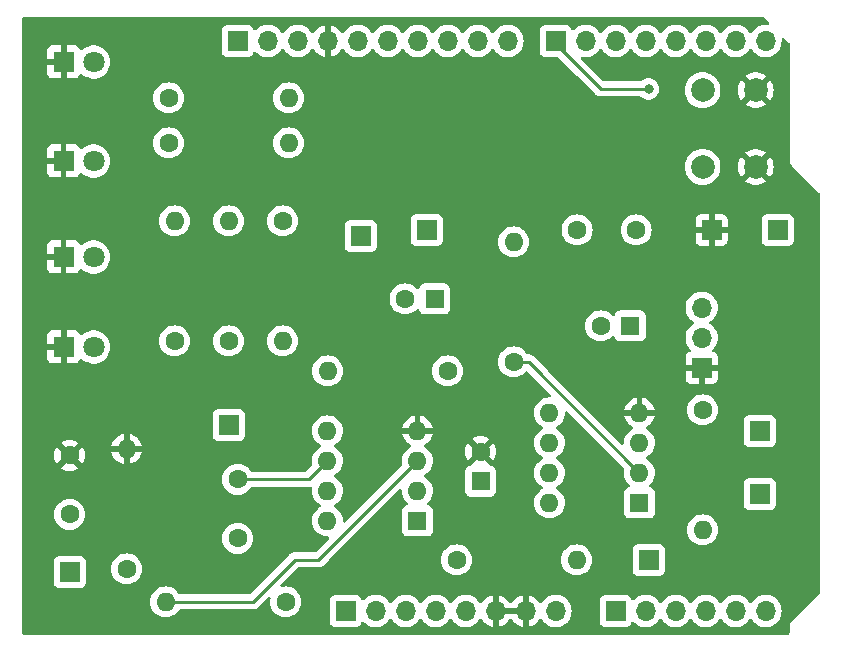
<source format=gbr>
%TF.GenerationSoftware,KiCad,Pcbnew,7.0.1*%
%TF.CreationDate,2023-05-13T15:10:29+02:00*%
%TF.ProjectId,Lab1_SDHD,4c616231-5f53-4444-9844-2e6b69636164,v 1.4*%
%TF.SameCoordinates,Original*%
%TF.FileFunction,Copper,L4,Bot*%
%TF.FilePolarity,Positive*%
%FSLAX46Y46*%
G04 Gerber Fmt 4.6, Leading zero omitted, Abs format (unit mm)*
G04 Created by KiCad (PCBNEW 7.0.1) date 2023-05-13 15:10:29*
%MOMM*%
%LPD*%
G01*
G04 APERTURE LIST*
%TA.AperFunction,ComponentPad*%
%ADD10R,1.700000X1.700000*%
%TD*%
%TA.AperFunction,ComponentPad*%
%ADD11R,1.600000X1.600000*%
%TD*%
%TA.AperFunction,ComponentPad*%
%ADD12C,1.600000*%
%TD*%
%TA.AperFunction,ComponentPad*%
%ADD13O,1.600000X1.600000*%
%TD*%
%TA.AperFunction,ComponentPad*%
%ADD14R,1.800000X1.800000*%
%TD*%
%TA.AperFunction,ComponentPad*%
%ADD15C,1.800000*%
%TD*%
%TA.AperFunction,ComponentPad*%
%ADD16O,1.700000X1.700000*%
%TD*%
%TA.AperFunction,ComponentPad*%
%ADD17C,2.000000*%
%TD*%
%TA.AperFunction,ViaPad*%
%ADD18C,0.800000*%
%TD*%
%TA.AperFunction,Conductor*%
%ADD19C,0.250000*%
%TD*%
G04 APERTURE END LIST*
D10*
X104572000Y-94158000D03*
D11*
X135472380Y-71044000D03*
D12*
X132972380Y-71044000D03*
X104572000Y-84292000D03*
X104572000Y-89292000D03*
X142164000Y-76378000D03*
D13*
X142164000Y-66218000D03*
D12*
X113462000Y-74600000D03*
D13*
X113462000Y-64440000D03*
D14*
X104064000Y-50978000D03*
D15*
X106604000Y-50978000D03*
D10*
X158928000Y-65202000D03*
D12*
X112954000Y-54026000D03*
D13*
X123114000Y-54026000D03*
D10*
X134798000Y-65202000D03*
X118034000Y-81712000D03*
D12*
X122860000Y-96698000D03*
D13*
X112700000Y-96698000D03*
D11*
X139370000Y-86473113D03*
D12*
X139370000Y-83973113D03*
D11*
X134026000Y-89830000D03*
D13*
X134026000Y-87290000D03*
X134026000Y-84750000D03*
X134026000Y-82210000D03*
X126406000Y-82210000D03*
X126406000Y-84750000D03*
X126406000Y-87290000D03*
X126406000Y-89830000D03*
D12*
X122606000Y-64440000D03*
D13*
X122606000Y-74600000D03*
D12*
X158166000Y-80442000D03*
D13*
X158166000Y-90602000D03*
D12*
X152538000Y-65202000D03*
X147538000Y-65202000D03*
X137338000Y-93142000D03*
D13*
X147498000Y-93142000D03*
D14*
X104059000Y-67488000D03*
D15*
X106599000Y-67488000D03*
D16*
X158084000Y-71791000D03*
X158084000Y-74331000D03*
D10*
X158084000Y-76871000D03*
D11*
X152030000Y-73330000D03*
D12*
X149530000Y-73330000D03*
D10*
X162992000Y-87554000D03*
D17*
X162666000Y-53368000D03*
X162666000Y-59868000D03*
X158166000Y-53368000D03*
X158166000Y-59868000D03*
D10*
X162992000Y-82220000D03*
D12*
X136576000Y-77140000D03*
D13*
X126416000Y-77140000D03*
D11*
X152822000Y-88306000D03*
D13*
X152822000Y-85766000D03*
X152822000Y-83226000D03*
X152822000Y-80686000D03*
X145202000Y-80686000D03*
X145202000Y-83226000D03*
X145202000Y-85766000D03*
X145202000Y-88306000D03*
D10*
X129210000Y-65710000D03*
X153594000Y-93142000D03*
D12*
X109398000Y-93904000D03*
D13*
X109398000Y-83744000D03*
D12*
X118034000Y-74600000D03*
D13*
X118034000Y-64440000D03*
D14*
X104064000Y-75108000D03*
D15*
X106604000Y-75108000D03*
D12*
X112954000Y-57836000D03*
D13*
X123114000Y-57836000D03*
D10*
X164516000Y-65202000D03*
D12*
X118796000Y-91324000D03*
X118796000Y-86324000D03*
D14*
X104059000Y-59360000D03*
D15*
X106599000Y-59360000D03*
D10*
X127940000Y-97460000D03*
D16*
X130480000Y-97460000D03*
X133020000Y-97460000D03*
X135560000Y-97460000D03*
X138100000Y-97460000D03*
X140640000Y-97460000D03*
X143180000Y-97460000D03*
X145720000Y-97460000D03*
D10*
X150800000Y-97460000D03*
D16*
X153340000Y-97460000D03*
X155880000Y-97460000D03*
X158420000Y-97460000D03*
X160960000Y-97460000D03*
X163500000Y-97460000D03*
D10*
X118796000Y-49200000D03*
D16*
X121336000Y-49200000D03*
X123876000Y-49200000D03*
X126416000Y-49200000D03*
X128956000Y-49200000D03*
X131496000Y-49200000D03*
X134036000Y-49200000D03*
X136576000Y-49200000D03*
X139116000Y-49200000D03*
X141656000Y-49200000D03*
D10*
X145720000Y-49200000D03*
D16*
X148260000Y-49200000D03*
X150800000Y-49200000D03*
X153340000Y-49200000D03*
X155880000Y-49200000D03*
X158420000Y-49200000D03*
X160960000Y-49200000D03*
X163500000Y-49200000D03*
D18*
X144958000Y-70282000D03*
X148514000Y-83998000D03*
X138862000Y-55042000D03*
X155626000Y-62916000D03*
X112192000Y-49200000D03*
X125908000Y-71044000D03*
X164516000Y-92634000D03*
X113716000Y-80188000D03*
X102794000Y-80442000D03*
X153594000Y-53264000D03*
D19*
X143434000Y-76378000D02*
X142164000Y-76378000D01*
X152822000Y-85766000D02*
X143434000Y-76378000D01*
X124832000Y-86324000D02*
X126406000Y-84750000D01*
X118796000Y-86324000D02*
X124832000Y-86324000D01*
X125634000Y-93142000D02*
X123622000Y-93142000D01*
X123622000Y-93142000D02*
X120066000Y-96698000D01*
X134026000Y-84750000D02*
X125634000Y-93142000D01*
X120066000Y-96698000D02*
X112700000Y-96698000D01*
X153594000Y-53264000D02*
X149530000Y-53264000D01*
X149530000Y-53264000D02*
X145466000Y-49200000D01*
%TA.AperFunction,Conductor*%
G36*
X163288777Y-47169939D02*
G01*
X163329005Y-47196819D01*
X163772315Y-47640129D01*
X163803767Y-47693412D01*
X163805558Y-47755259D01*
X163777241Y-47810272D01*
X163725866Y-47844754D01*
X163664226Y-47850119D01*
X163612571Y-47841500D01*
X163612569Y-47841500D01*
X163387431Y-47841500D01*
X163165363Y-47878556D01*
X162952427Y-47951657D01*
X162754424Y-48058811D01*
X162576760Y-48197094D01*
X162424279Y-48362730D01*
X162333809Y-48501205D01*
X162289017Y-48542438D01*
X162230000Y-48557383D01*
X162170983Y-48542438D01*
X162126191Y-48501205D01*
X162035723Y-48362734D01*
X162035722Y-48362732D01*
X161883240Y-48197094D01*
X161705576Y-48058811D01*
X161507574Y-47951658D01*
X161507573Y-47951657D01*
X161507572Y-47951657D01*
X161294636Y-47878556D01*
X161072569Y-47841500D01*
X160847431Y-47841500D01*
X160625363Y-47878556D01*
X160412427Y-47951657D01*
X160214424Y-48058811D01*
X160036760Y-48197094D01*
X159884279Y-48362730D01*
X159793809Y-48501205D01*
X159749017Y-48542438D01*
X159690000Y-48557383D01*
X159630983Y-48542438D01*
X159586191Y-48501205D01*
X159495723Y-48362734D01*
X159495722Y-48362732D01*
X159343240Y-48197094D01*
X159165576Y-48058811D01*
X158967574Y-47951658D01*
X158967573Y-47951657D01*
X158967572Y-47951657D01*
X158754636Y-47878556D01*
X158532569Y-47841500D01*
X158307431Y-47841500D01*
X158085363Y-47878556D01*
X157872427Y-47951657D01*
X157674424Y-48058811D01*
X157496760Y-48197094D01*
X157344279Y-48362730D01*
X157253809Y-48501205D01*
X157209017Y-48542438D01*
X157150000Y-48557383D01*
X157090983Y-48542438D01*
X157046191Y-48501205D01*
X156955723Y-48362734D01*
X156955722Y-48362732D01*
X156803240Y-48197094D01*
X156625576Y-48058811D01*
X156427574Y-47951658D01*
X156427573Y-47951657D01*
X156427572Y-47951657D01*
X156214636Y-47878556D01*
X155992569Y-47841500D01*
X155767431Y-47841500D01*
X155545363Y-47878556D01*
X155332427Y-47951657D01*
X155134424Y-48058811D01*
X154956760Y-48197094D01*
X154804279Y-48362730D01*
X154713809Y-48501205D01*
X154669017Y-48542438D01*
X154610000Y-48557383D01*
X154550983Y-48542438D01*
X154506191Y-48501205D01*
X154415723Y-48362734D01*
X154415722Y-48362732D01*
X154263240Y-48197094D01*
X154085576Y-48058811D01*
X153887574Y-47951658D01*
X153887573Y-47951657D01*
X153887572Y-47951657D01*
X153674636Y-47878556D01*
X153452569Y-47841500D01*
X153227431Y-47841500D01*
X153005363Y-47878556D01*
X152792427Y-47951657D01*
X152594424Y-48058811D01*
X152416760Y-48197094D01*
X152264279Y-48362730D01*
X152173809Y-48501205D01*
X152129017Y-48542438D01*
X152070000Y-48557383D01*
X152010983Y-48542438D01*
X151966191Y-48501205D01*
X151875723Y-48362734D01*
X151875722Y-48362732D01*
X151723240Y-48197094D01*
X151545576Y-48058811D01*
X151347574Y-47951658D01*
X151347573Y-47951657D01*
X151347572Y-47951657D01*
X151134636Y-47878556D01*
X150912569Y-47841500D01*
X150687431Y-47841500D01*
X150465363Y-47878556D01*
X150252427Y-47951657D01*
X150054424Y-48058811D01*
X149876760Y-48197094D01*
X149724279Y-48362730D01*
X149633809Y-48501205D01*
X149589017Y-48542438D01*
X149530000Y-48557383D01*
X149470983Y-48542438D01*
X149426191Y-48501205D01*
X149335723Y-48362734D01*
X149335722Y-48362732D01*
X149183240Y-48197094D01*
X149005576Y-48058811D01*
X148807574Y-47951658D01*
X148807573Y-47951657D01*
X148807572Y-47951657D01*
X148594636Y-47878556D01*
X148372569Y-47841500D01*
X148147431Y-47841500D01*
X147925363Y-47878556D01*
X147712427Y-47951657D01*
X147514424Y-48058811D01*
X147336759Y-48197094D01*
X147273548Y-48265759D01*
X147220924Y-48299612D01*
X147158470Y-48303460D01*
X147102089Y-48276322D01*
X147066138Y-48225110D01*
X147041427Y-48158861D01*
X147020889Y-48103796D01*
X146962951Y-48026400D01*
X146933261Y-47986738D01*
X146816203Y-47899110D01*
X146679205Y-47848011D01*
X146648906Y-47844754D01*
X146618638Y-47841500D01*
X144821362Y-47841500D01*
X144794445Y-47844393D01*
X144760794Y-47848011D01*
X144623796Y-47899110D01*
X144506738Y-47986738D01*
X144419110Y-48103796D01*
X144368011Y-48240794D01*
X144364393Y-48274445D01*
X144361689Y-48299612D01*
X144361500Y-48301366D01*
X144361500Y-50098634D01*
X144368011Y-50159205D01*
X144419110Y-50296203D01*
X144506738Y-50413261D01*
X144623796Y-50500889D01*
X144760794Y-50551988D01*
X144760797Y-50551988D01*
X144760799Y-50551989D01*
X144821362Y-50558500D01*
X145877234Y-50558500D01*
X145924687Y-50567939D01*
X145964914Y-50594818D01*
X147513918Y-52143823D01*
X149022912Y-53652817D01*
X149035956Y-53669098D01*
X149037999Y-53671016D01*
X149038000Y-53671018D01*
X149087684Y-53717674D01*
X149090448Y-53720353D01*
X149110230Y-53740135D01*
X149113511Y-53742680D01*
X149122370Y-53750247D01*
X149154679Y-53780586D01*
X149172564Y-53790418D01*
X149188825Y-53801099D01*
X149204959Y-53813614D01*
X149245625Y-53831210D01*
X149256112Y-53836348D01*
X149294940Y-53857695D01*
X149314708Y-53862770D01*
X149333119Y-53869073D01*
X149351855Y-53877181D01*
X149395626Y-53884113D01*
X149407041Y-53886477D01*
X149449970Y-53897500D01*
X149470384Y-53897500D01*
X149489783Y-53899027D01*
X149509943Y-53902220D01*
X149554056Y-53898050D01*
X149565726Y-53897500D01*
X152886691Y-53897500D01*
X152937127Y-53908221D01*
X152978842Y-53938529D01*
X152982746Y-53942865D01*
X153137248Y-54055118D01*
X153311714Y-54132795D01*
X153498511Y-54172500D01*
X153498513Y-54172500D01*
X153689487Y-54172500D01*
X153689489Y-54172500D01*
X153876285Y-54132795D01*
X153876286Y-54132794D01*
X153876288Y-54132794D01*
X154050752Y-54055118D01*
X154205253Y-53942866D01*
X154333040Y-53800944D01*
X154336403Y-53795120D01*
X154428527Y-53635556D01*
X154447633Y-53576753D01*
X154487542Y-53453928D01*
X154496573Y-53368000D01*
X156652835Y-53368000D01*
X156652934Y-53369255D01*
X156671465Y-53604712D01*
X156726894Y-53835593D01*
X156754492Y-53902219D01*
X156817760Y-54054963D01*
X156941824Y-54257416D01*
X157096031Y-54437969D01*
X157276584Y-54592176D01*
X157479037Y-54716240D01*
X157698406Y-54807105D01*
X157929289Y-54862535D01*
X158166000Y-54881165D01*
X158402711Y-54862535D01*
X158633594Y-54807105D01*
X158852963Y-54716240D01*
X159055416Y-54592176D01*
X159056079Y-54591610D01*
X161795942Y-54591610D01*
X161842766Y-54628055D01*
X162061393Y-54746368D01*
X162296506Y-54827083D01*
X162541707Y-54868000D01*
X162790293Y-54868000D01*
X163035493Y-54827083D01*
X163270606Y-54746368D01*
X163489233Y-54628053D01*
X163536056Y-54591609D01*
X162666000Y-53721553D01*
X161795942Y-54591609D01*
X161795942Y-54591610D01*
X159056079Y-54591610D01*
X159235969Y-54437969D01*
X159390176Y-54257416D01*
X159514240Y-54054963D01*
X159605105Y-53835594D01*
X159660535Y-53604711D01*
X159679165Y-53368000D01*
X159679165Y-53367999D01*
X161160858Y-53367999D01*
X161181386Y-53615732D01*
X161242413Y-53856721D01*
X161342268Y-54084370D01*
X161442563Y-54237882D01*
X161442564Y-54237882D01*
X162312447Y-53368001D01*
X162312447Y-53368000D01*
X163019553Y-53368000D01*
X163889434Y-54237882D01*
X163989730Y-54084369D01*
X164089586Y-53856721D01*
X164150613Y-53615732D01*
X164171141Y-53367999D01*
X164150613Y-53120267D01*
X164089586Y-52879278D01*
X163989730Y-52651630D01*
X163889434Y-52498116D01*
X163019553Y-53368000D01*
X162312447Y-53368000D01*
X161442564Y-52498116D01*
X161342266Y-52651634D01*
X161242413Y-52879278D01*
X161181386Y-53120267D01*
X161160858Y-53367999D01*
X159679165Y-53367999D01*
X159660535Y-53131289D01*
X159605105Y-52900406D01*
X159514240Y-52681037D01*
X159390176Y-52478584D01*
X159235969Y-52298031D01*
X159056079Y-52144390D01*
X161795942Y-52144390D01*
X162666000Y-53014447D01*
X162666001Y-53014447D01*
X163536057Y-52144390D01*
X163536056Y-52144388D01*
X163489235Y-52107947D01*
X163270606Y-51989631D01*
X163035493Y-51908916D01*
X162790293Y-51868000D01*
X162541707Y-51868000D01*
X162296506Y-51908916D01*
X162061393Y-51989631D01*
X161842764Y-52107946D01*
X161795942Y-52144388D01*
X161795942Y-52144390D01*
X159056079Y-52144390D01*
X159055416Y-52143824D01*
X158852963Y-52019760D01*
X158740395Y-51973133D01*
X158633593Y-51928894D01*
X158402712Y-51873465D01*
X158166000Y-51854835D01*
X157929287Y-51873465D01*
X157698406Y-51928894D01*
X157562050Y-51985375D01*
X157483726Y-52017818D01*
X157479035Y-52019761D01*
X157276585Y-52143823D01*
X157096031Y-52298031D01*
X156941823Y-52478585D01*
X156817761Y-52681035D01*
X156726894Y-52900406D01*
X156674111Y-53120267D01*
X156671465Y-53131289D01*
X156652835Y-53368000D01*
X154496573Y-53368000D01*
X154507504Y-53264000D01*
X154487542Y-53074072D01*
X154428527Y-52892444D01*
X154428527Y-52892443D01*
X154333042Y-52727058D01*
X154291604Y-52681037D01*
X154205253Y-52585134D01*
X154108901Y-52515130D01*
X154050751Y-52472881D01*
X153876285Y-52395204D01*
X153689489Y-52355500D01*
X153689487Y-52355500D01*
X153498513Y-52355500D01*
X153498511Y-52355500D01*
X153311714Y-52395204D01*
X153137248Y-52472881D01*
X152982746Y-52585134D01*
X152978842Y-52589471D01*
X152937127Y-52619779D01*
X152886691Y-52630500D01*
X149843766Y-52630500D01*
X149796313Y-52621061D01*
X149756085Y-52594181D01*
X147908572Y-50746668D01*
X147877120Y-50693385D01*
X147875329Y-50631537D01*
X147903647Y-50576524D01*
X147955022Y-50542042D01*
X148016659Y-50536678D01*
X148147431Y-50558500D01*
X148372569Y-50558500D01*
X148594635Y-50521444D01*
X148807574Y-50448342D01*
X149005576Y-50341189D01*
X149183240Y-50202906D01*
X149335722Y-50037268D01*
X149405097Y-49931080D01*
X149426191Y-49898795D01*
X149470982Y-49857561D01*
X149530000Y-49842616D01*
X149589018Y-49857561D01*
X149633809Y-49898795D01*
X149719644Y-50030176D01*
X149724278Y-50037268D01*
X149876760Y-50202906D01*
X150054424Y-50341189D01*
X150252426Y-50448342D01*
X150465365Y-50521444D01*
X150687431Y-50558500D01*
X150912569Y-50558500D01*
X151134635Y-50521444D01*
X151347574Y-50448342D01*
X151545576Y-50341189D01*
X151723240Y-50202906D01*
X151875722Y-50037268D01*
X151945097Y-49931080D01*
X151966191Y-49898795D01*
X152010982Y-49857561D01*
X152070000Y-49842616D01*
X152129018Y-49857561D01*
X152173809Y-49898795D01*
X152259644Y-50030176D01*
X152264278Y-50037268D01*
X152416760Y-50202906D01*
X152594424Y-50341189D01*
X152792426Y-50448342D01*
X153005365Y-50521444D01*
X153227431Y-50558500D01*
X153452569Y-50558500D01*
X153674635Y-50521444D01*
X153887574Y-50448342D01*
X154085576Y-50341189D01*
X154263240Y-50202906D01*
X154415722Y-50037268D01*
X154485097Y-49931080D01*
X154506191Y-49898795D01*
X154550982Y-49857561D01*
X154610000Y-49842616D01*
X154669018Y-49857561D01*
X154713809Y-49898795D01*
X154799644Y-50030176D01*
X154804278Y-50037268D01*
X154956760Y-50202906D01*
X155134424Y-50341189D01*
X155332426Y-50448342D01*
X155545365Y-50521444D01*
X155767431Y-50558500D01*
X155992569Y-50558500D01*
X156214635Y-50521444D01*
X156427574Y-50448342D01*
X156625576Y-50341189D01*
X156803240Y-50202906D01*
X156955722Y-50037268D01*
X157025097Y-49931080D01*
X157046191Y-49898795D01*
X157090982Y-49857561D01*
X157150000Y-49842616D01*
X157209018Y-49857561D01*
X157253809Y-49898795D01*
X157339644Y-50030176D01*
X157344278Y-50037268D01*
X157496760Y-50202906D01*
X157674424Y-50341189D01*
X157872426Y-50448342D01*
X158085365Y-50521444D01*
X158307431Y-50558500D01*
X158532569Y-50558500D01*
X158754635Y-50521444D01*
X158967574Y-50448342D01*
X159165576Y-50341189D01*
X159343240Y-50202906D01*
X159495722Y-50037268D01*
X159565097Y-49931080D01*
X159586191Y-49898795D01*
X159630982Y-49857561D01*
X159690000Y-49842616D01*
X159749018Y-49857561D01*
X159793809Y-49898795D01*
X159879644Y-50030176D01*
X159884278Y-50037268D01*
X160036760Y-50202906D01*
X160214424Y-50341189D01*
X160412426Y-50448342D01*
X160625365Y-50521444D01*
X160847431Y-50558500D01*
X161072569Y-50558500D01*
X161294635Y-50521444D01*
X161507574Y-50448342D01*
X161705576Y-50341189D01*
X161883240Y-50202906D01*
X162035722Y-50037268D01*
X162105097Y-49931080D01*
X162126191Y-49898795D01*
X162170982Y-49857561D01*
X162230000Y-49842616D01*
X162289018Y-49857561D01*
X162333809Y-49898795D01*
X162419644Y-50030176D01*
X162424278Y-50037268D01*
X162576760Y-50202906D01*
X162754424Y-50341189D01*
X162952426Y-50448342D01*
X163165365Y-50521444D01*
X163387431Y-50558500D01*
X163612569Y-50558500D01*
X163834635Y-50521444D01*
X164047574Y-50448342D01*
X164245576Y-50341189D01*
X164423240Y-50202906D01*
X164575722Y-50037268D01*
X164698860Y-49848791D01*
X164789296Y-49642616D01*
X164844564Y-49424368D01*
X164863156Y-49200000D01*
X164848713Y-49025704D01*
X164858325Y-48966596D01*
X164894519Y-48918884D01*
X164948852Y-48893700D01*
X165008652Y-48896917D01*
X165059970Y-48927784D01*
X165503181Y-49370995D01*
X165530061Y-49411223D01*
X165539500Y-49458676D01*
X165539500Y-59292856D01*
X165536666Y-59319214D01*
X165535640Y-59323926D01*
X165539184Y-59373461D01*
X165539500Y-59382308D01*
X165539500Y-59395803D01*
X165541419Y-59409153D01*
X165542365Y-59417947D01*
X165545909Y-59467483D01*
X165547594Y-59472001D01*
X165554147Y-59497676D01*
X165554712Y-59501603D01*
X165554835Y-59502458D01*
X165575457Y-59547612D01*
X165578845Y-59555790D01*
X165596204Y-59602331D01*
X165599095Y-59606194D01*
X165612620Y-59628987D01*
X165614622Y-59633372D01*
X165614623Y-59633373D01*
X165647147Y-59670907D01*
X165652689Y-59677786D01*
X165660779Y-59688593D01*
X165670321Y-59698135D01*
X165676354Y-59704615D01*
X165708870Y-59742142D01*
X165712927Y-59744749D01*
X165733571Y-59761385D01*
X168043181Y-62070995D01*
X168070061Y-62111223D01*
X168079500Y-62158676D01*
X168079500Y-95931324D01*
X168070061Y-95978777D01*
X168043181Y-96019005D01*
X165733569Y-98328615D01*
X165712936Y-98345244D01*
X165708872Y-98347855D01*
X165676351Y-98385386D01*
X165670330Y-98391854D01*
X165660777Y-98401408D01*
X165652677Y-98412227D01*
X165647132Y-98419107D01*
X165614624Y-98456624D01*
X165612618Y-98461017D01*
X165599098Y-98483802D01*
X165596203Y-98487668D01*
X165578851Y-98534191D01*
X165575466Y-98542365D01*
X165554834Y-98587545D01*
X165554147Y-98592323D01*
X165547596Y-98617990D01*
X165545909Y-98622513D01*
X165542365Y-98672053D01*
X165541420Y-98680846D01*
X165539500Y-98694204D01*
X165539500Y-98707692D01*
X165539184Y-98716539D01*
X165535640Y-98766073D01*
X165536666Y-98770786D01*
X165539500Y-98797144D01*
X165539500Y-99228243D01*
X165537973Y-99247642D01*
X165529773Y-99299411D01*
X165517785Y-99336307D01*
X165498474Y-99374207D01*
X165475670Y-99405593D01*
X165445593Y-99435670D01*
X165414207Y-99458474D01*
X165376307Y-99477785D01*
X165339411Y-99489773D01*
X165309068Y-99494579D01*
X165287639Y-99497973D01*
X165268243Y-99499500D01*
X100771757Y-99499500D01*
X100752360Y-99497973D01*
X100718098Y-99492546D01*
X100700588Y-99489773D01*
X100663695Y-99477786D01*
X100625790Y-99458472D01*
X100594406Y-99435670D01*
X100564329Y-99405593D01*
X100541528Y-99374211D01*
X100522212Y-99336301D01*
X100510227Y-99299417D01*
X100502025Y-99247629D01*
X100500500Y-99228243D01*
X100500500Y-98358634D01*
X126581500Y-98358634D01*
X126588011Y-98419205D01*
X126639110Y-98556203D01*
X126726738Y-98673261D01*
X126843796Y-98760889D01*
X126980794Y-98811988D01*
X126980797Y-98811988D01*
X126980799Y-98811989D01*
X127041362Y-98818500D01*
X128838634Y-98818500D01*
X128838638Y-98818500D01*
X128899201Y-98811989D01*
X128899203Y-98811988D01*
X128899205Y-98811988D01*
X129022305Y-98766073D01*
X129036204Y-98760889D01*
X129153261Y-98673261D01*
X129240889Y-98556204D01*
X129286137Y-98434889D01*
X129322089Y-98383677D01*
X129378471Y-98356539D01*
X129440925Y-98360387D01*
X129493548Y-98394241D01*
X129555021Y-98461017D01*
X129556760Y-98462906D01*
X129734424Y-98601189D01*
X129932426Y-98708342D01*
X130145365Y-98781444D01*
X130367431Y-98818500D01*
X130592569Y-98818500D01*
X130814635Y-98781444D01*
X131027574Y-98708342D01*
X131225576Y-98601189D01*
X131403240Y-98462906D01*
X131555722Y-98297268D01*
X131646190Y-98158795D01*
X131690982Y-98117561D01*
X131750000Y-98102616D01*
X131809018Y-98117561D01*
X131853809Y-98158795D01*
X131944278Y-98297268D01*
X132096760Y-98462906D01*
X132274424Y-98601189D01*
X132472426Y-98708342D01*
X132685365Y-98781444D01*
X132907431Y-98818500D01*
X133132569Y-98818500D01*
X133354635Y-98781444D01*
X133567574Y-98708342D01*
X133765576Y-98601189D01*
X133943240Y-98462906D01*
X134095722Y-98297268D01*
X134186190Y-98158795D01*
X134230982Y-98117561D01*
X134290000Y-98102616D01*
X134349018Y-98117561D01*
X134393809Y-98158795D01*
X134484278Y-98297268D01*
X134636760Y-98462906D01*
X134814424Y-98601189D01*
X135012426Y-98708342D01*
X135225365Y-98781444D01*
X135447431Y-98818500D01*
X135672569Y-98818500D01*
X135894635Y-98781444D01*
X136107574Y-98708342D01*
X136305576Y-98601189D01*
X136483240Y-98462906D01*
X136635722Y-98297268D01*
X136726190Y-98158795D01*
X136770982Y-98117561D01*
X136830000Y-98102616D01*
X136889018Y-98117561D01*
X136933809Y-98158795D01*
X137024278Y-98297268D01*
X137176760Y-98462906D01*
X137354424Y-98601189D01*
X137552426Y-98708342D01*
X137765365Y-98781444D01*
X137987431Y-98818500D01*
X138212569Y-98818500D01*
X138434635Y-98781444D01*
X138647574Y-98708342D01*
X138845576Y-98601189D01*
X139023240Y-98462906D01*
X139175722Y-98297268D01*
X139269748Y-98153349D01*
X139313663Y-98112595D01*
X139371562Y-98097188D01*
X139429926Y-98110726D01*
X139475131Y-98150048D01*
X139601892Y-98331080D01*
X139768918Y-98498106D01*
X139962423Y-98633600D01*
X140176507Y-98733430D01*
X140389999Y-98790635D01*
X140390000Y-98790636D01*
X140390000Y-97710000D01*
X140890000Y-97710000D01*
X140890000Y-98790635D01*
X141103492Y-98733430D01*
X141317576Y-98633600D01*
X141511081Y-98498106D01*
X141678106Y-98331081D01*
X141808425Y-98144968D01*
X141852743Y-98106103D01*
X141910000Y-98092092D01*
X141967257Y-98106103D01*
X142011575Y-98144968D01*
X142141893Y-98331081D01*
X142308918Y-98498106D01*
X142502423Y-98633600D01*
X142716507Y-98733430D01*
X142929999Y-98790635D01*
X142930000Y-98790636D01*
X142930000Y-98790635D01*
X143430000Y-98790635D01*
X143643492Y-98733430D01*
X143857576Y-98633600D01*
X144051081Y-98498106D01*
X144218106Y-98331081D01*
X144344868Y-98150048D01*
X144390072Y-98110726D01*
X144448436Y-98097188D01*
X144506335Y-98112595D01*
X144550252Y-98153351D01*
X144644276Y-98297267D01*
X144723824Y-98383677D01*
X144796760Y-98462906D01*
X144974424Y-98601189D01*
X145172426Y-98708342D01*
X145385365Y-98781444D01*
X145607431Y-98818500D01*
X145832569Y-98818500D01*
X146054635Y-98781444D01*
X146267574Y-98708342D01*
X146465576Y-98601189D01*
X146643240Y-98462906D01*
X146739230Y-98358634D01*
X149441500Y-98358634D01*
X149448011Y-98419205D01*
X149499110Y-98556203D01*
X149586738Y-98673261D01*
X149703796Y-98760889D01*
X149840794Y-98811988D01*
X149840797Y-98811988D01*
X149840799Y-98811989D01*
X149901362Y-98818500D01*
X151698634Y-98818500D01*
X151698638Y-98818500D01*
X151759201Y-98811989D01*
X151759203Y-98811988D01*
X151759205Y-98811988D01*
X151882305Y-98766073D01*
X151896204Y-98760889D01*
X152013261Y-98673261D01*
X152100889Y-98556204D01*
X152146137Y-98434889D01*
X152182089Y-98383677D01*
X152238471Y-98356539D01*
X152300925Y-98360387D01*
X152353548Y-98394241D01*
X152415021Y-98461017D01*
X152416760Y-98462906D01*
X152594424Y-98601189D01*
X152792426Y-98708342D01*
X153005365Y-98781444D01*
X153227431Y-98818500D01*
X153452569Y-98818500D01*
X153674635Y-98781444D01*
X153887574Y-98708342D01*
X154085576Y-98601189D01*
X154263240Y-98462906D01*
X154415722Y-98297268D01*
X154506190Y-98158795D01*
X154550982Y-98117561D01*
X154610000Y-98102616D01*
X154669018Y-98117561D01*
X154713809Y-98158795D01*
X154804278Y-98297268D01*
X154956760Y-98462906D01*
X155134424Y-98601189D01*
X155332426Y-98708342D01*
X155545365Y-98781444D01*
X155767431Y-98818500D01*
X155992569Y-98818500D01*
X156214635Y-98781444D01*
X156427574Y-98708342D01*
X156625576Y-98601189D01*
X156803240Y-98462906D01*
X156955722Y-98297268D01*
X157046190Y-98158795D01*
X157090982Y-98117561D01*
X157150000Y-98102616D01*
X157209018Y-98117561D01*
X157253809Y-98158795D01*
X157344278Y-98297268D01*
X157496760Y-98462906D01*
X157674424Y-98601189D01*
X157872426Y-98708342D01*
X158085365Y-98781444D01*
X158307431Y-98818500D01*
X158532569Y-98818500D01*
X158754635Y-98781444D01*
X158967574Y-98708342D01*
X159165576Y-98601189D01*
X159343240Y-98462906D01*
X159495722Y-98297268D01*
X159586190Y-98158795D01*
X159630982Y-98117561D01*
X159690000Y-98102616D01*
X159749018Y-98117561D01*
X159793809Y-98158795D01*
X159884278Y-98297268D01*
X160036760Y-98462906D01*
X160214424Y-98601189D01*
X160412426Y-98708342D01*
X160625365Y-98781444D01*
X160847431Y-98818500D01*
X161072569Y-98818500D01*
X161294635Y-98781444D01*
X161507574Y-98708342D01*
X161705576Y-98601189D01*
X161883240Y-98462906D01*
X162035722Y-98297268D01*
X162126190Y-98158795D01*
X162170982Y-98117561D01*
X162230000Y-98102616D01*
X162289018Y-98117561D01*
X162333809Y-98158795D01*
X162424278Y-98297268D01*
X162576760Y-98462906D01*
X162754424Y-98601189D01*
X162952426Y-98708342D01*
X163165365Y-98781444D01*
X163387431Y-98818500D01*
X163612569Y-98818500D01*
X163834635Y-98781444D01*
X164047574Y-98708342D01*
X164245576Y-98601189D01*
X164423240Y-98462906D01*
X164575722Y-98297268D01*
X164698860Y-98108791D01*
X164789296Y-97902616D01*
X164844564Y-97684368D01*
X164863156Y-97460000D01*
X164844564Y-97235632D01*
X164789296Y-97017384D01*
X164698860Y-96811209D01*
X164575722Y-96622732D01*
X164423240Y-96457094D01*
X164245576Y-96318811D01*
X164047574Y-96211658D01*
X164047573Y-96211657D01*
X164047572Y-96211657D01*
X163834636Y-96138556D01*
X163612569Y-96101500D01*
X163387431Y-96101500D01*
X163165363Y-96138556D01*
X162952427Y-96211657D01*
X162754424Y-96318811D01*
X162576760Y-96457094D01*
X162424279Y-96622730D01*
X162333809Y-96761205D01*
X162289017Y-96802438D01*
X162230000Y-96817383D01*
X162170983Y-96802438D01*
X162126191Y-96761205D01*
X162035723Y-96622734D01*
X162035722Y-96622732D01*
X161883240Y-96457094D01*
X161705576Y-96318811D01*
X161507574Y-96211658D01*
X161507573Y-96211657D01*
X161507572Y-96211657D01*
X161294636Y-96138556D01*
X161072569Y-96101500D01*
X160847431Y-96101500D01*
X160625363Y-96138556D01*
X160412427Y-96211657D01*
X160214424Y-96318811D01*
X160036760Y-96457094D01*
X159884279Y-96622730D01*
X159793809Y-96761205D01*
X159749017Y-96802438D01*
X159690000Y-96817383D01*
X159630983Y-96802438D01*
X159586191Y-96761205D01*
X159495723Y-96622734D01*
X159495722Y-96622732D01*
X159343240Y-96457094D01*
X159165576Y-96318811D01*
X158967574Y-96211658D01*
X158967573Y-96211657D01*
X158967572Y-96211657D01*
X158754636Y-96138556D01*
X158532569Y-96101500D01*
X158307431Y-96101500D01*
X158085363Y-96138556D01*
X157872427Y-96211657D01*
X157674424Y-96318811D01*
X157496760Y-96457094D01*
X157344279Y-96622730D01*
X157253809Y-96761205D01*
X157209017Y-96802438D01*
X157150000Y-96817383D01*
X157090983Y-96802438D01*
X157046191Y-96761205D01*
X156955723Y-96622734D01*
X156955722Y-96622732D01*
X156803240Y-96457094D01*
X156625576Y-96318811D01*
X156427574Y-96211658D01*
X156427573Y-96211657D01*
X156427572Y-96211657D01*
X156214636Y-96138556D01*
X155992569Y-96101500D01*
X155767431Y-96101500D01*
X155545363Y-96138556D01*
X155332427Y-96211657D01*
X155134424Y-96318811D01*
X154956760Y-96457094D01*
X154804279Y-96622730D01*
X154713809Y-96761205D01*
X154669017Y-96802438D01*
X154610000Y-96817383D01*
X154550983Y-96802438D01*
X154506191Y-96761205D01*
X154415723Y-96622734D01*
X154415722Y-96622732D01*
X154263240Y-96457094D01*
X154085576Y-96318811D01*
X153887574Y-96211658D01*
X153887573Y-96211657D01*
X153887572Y-96211657D01*
X153674636Y-96138556D01*
X153452569Y-96101500D01*
X153227431Y-96101500D01*
X153005363Y-96138556D01*
X152792427Y-96211657D01*
X152594424Y-96318811D01*
X152416759Y-96457094D01*
X152353548Y-96525759D01*
X152300924Y-96559612D01*
X152238470Y-96563460D01*
X152182089Y-96536322D01*
X152146138Y-96485110D01*
X152107552Y-96381660D01*
X152100889Y-96363796D01*
X152042951Y-96286400D01*
X152013261Y-96246738D01*
X151896203Y-96159110D01*
X151759205Y-96108011D01*
X151728919Y-96104755D01*
X151698638Y-96101500D01*
X149901362Y-96101500D01*
X149874445Y-96104393D01*
X149840794Y-96108011D01*
X149703796Y-96159110D01*
X149586738Y-96246738D01*
X149499110Y-96363796D01*
X149448011Y-96500794D01*
X149444735Y-96531267D01*
X149441689Y-96559612D01*
X149441500Y-96561366D01*
X149441500Y-98358634D01*
X146739230Y-98358634D01*
X146795722Y-98297268D01*
X146918860Y-98108791D01*
X147009296Y-97902616D01*
X147064564Y-97684368D01*
X147083156Y-97460000D01*
X147064564Y-97235632D01*
X147009296Y-97017384D01*
X146918860Y-96811209D01*
X146795722Y-96622732D01*
X146643240Y-96457094D01*
X146465576Y-96318811D01*
X146267574Y-96211658D01*
X146267573Y-96211657D01*
X146267572Y-96211657D01*
X146054636Y-96138556D01*
X145832569Y-96101500D01*
X145607431Y-96101500D01*
X145385363Y-96138556D01*
X145172427Y-96211657D01*
X144974424Y-96318811D01*
X144796760Y-96457094D01*
X144644275Y-96622734D01*
X144550250Y-96766650D01*
X144506334Y-96807405D01*
X144448435Y-96822812D01*
X144390071Y-96809274D01*
X144344867Y-96769951D01*
X144218109Y-96588921D01*
X144051081Y-96421893D01*
X143857576Y-96286399D01*
X143643492Y-96186569D01*
X143430000Y-96129364D01*
X143430000Y-98790635D01*
X142930000Y-98790635D01*
X142930000Y-97710000D01*
X140890000Y-97710000D01*
X140390000Y-97710000D01*
X140390000Y-97210000D01*
X140890000Y-97210000D01*
X142930000Y-97210000D01*
X142930000Y-96129364D01*
X142929999Y-96129364D01*
X142716507Y-96186569D01*
X142502421Y-96286400D01*
X142308921Y-96421890D01*
X142141893Y-96588918D01*
X142011575Y-96775032D01*
X141967257Y-96813897D01*
X141910000Y-96827908D01*
X141852743Y-96813897D01*
X141808425Y-96775032D01*
X141678106Y-96588918D01*
X141511081Y-96421893D01*
X141317576Y-96286399D01*
X141103492Y-96186569D01*
X140890000Y-96129364D01*
X140890000Y-97210000D01*
X140390000Y-97210000D01*
X140390000Y-96129364D01*
X140389999Y-96129364D01*
X140176507Y-96186569D01*
X139962421Y-96286400D01*
X139768921Y-96421890D01*
X139601893Y-96588918D01*
X139475132Y-96769952D01*
X139429928Y-96809274D01*
X139371564Y-96822812D01*
X139313665Y-96807405D01*
X139269748Y-96766649D01*
X139175723Y-96622732D01*
X139066646Y-96504245D01*
X139023240Y-96457094D01*
X138845576Y-96318811D01*
X138647574Y-96211658D01*
X138647573Y-96211657D01*
X138647572Y-96211657D01*
X138434636Y-96138556D01*
X138212569Y-96101500D01*
X137987431Y-96101500D01*
X137765363Y-96138556D01*
X137552427Y-96211657D01*
X137354424Y-96318811D01*
X137176760Y-96457094D01*
X137024279Y-96622730D01*
X136933809Y-96761205D01*
X136889017Y-96802438D01*
X136830000Y-96817383D01*
X136770983Y-96802438D01*
X136726191Y-96761205D01*
X136635723Y-96622734D01*
X136635722Y-96622732D01*
X136483240Y-96457094D01*
X136305576Y-96318811D01*
X136107574Y-96211658D01*
X136107573Y-96211657D01*
X136107572Y-96211657D01*
X135894636Y-96138556D01*
X135672569Y-96101500D01*
X135447431Y-96101500D01*
X135225363Y-96138556D01*
X135012427Y-96211657D01*
X134814424Y-96318811D01*
X134636760Y-96457094D01*
X134484279Y-96622730D01*
X134393809Y-96761205D01*
X134349017Y-96802438D01*
X134290000Y-96817383D01*
X134230983Y-96802438D01*
X134186191Y-96761205D01*
X134095723Y-96622734D01*
X134095722Y-96622732D01*
X133943240Y-96457094D01*
X133765576Y-96318811D01*
X133567574Y-96211658D01*
X133567573Y-96211657D01*
X133567572Y-96211657D01*
X133354636Y-96138556D01*
X133132569Y-96101500D01*
X132907431Y-96101500D01*
X132685363Y-96138556D01*
X132472427Y-96211657D01*
X132274424Y-96318811D01*
X132096760Y-96457094D01*
X131944279Y-96622730D01*
X131853809Y-96761205D01*
X131809017Y-96802438D01*
X131750000Y-96817383D01*
X131690983Y-96802438D01*
X131646191Y-96761205D01*
X131555723Y-96622734D01*
X131555722Y-96622732D01*
X131403240Y-96457094D01*
X131225576Y-96318811D01*
X131027574Y-96211658D01*
X131027573Y-96211657D01*
X131027572Y-96211657D01*
X130814636Y-96138556D01*
X130592569Y-96101500D01*
X130367431Y-96101500D01*
X130145363Y-96138556D01*
X129932427Y-96211657D01*
X129734424Y-96318811D01*
X129556759Y-96457094D01*
X129493548Y-96525759D01*
X129440924Y-96559612D01*
X129378470Y-96563460D01*
X129322089Y-96536322D01*
X129286138Y-96485110D01*
X129247552Y-96381660D01*
X129240889Y-96363796D01*
X129182951Y-96286400D01*
X129153261Y-96246738D01*
X129036203Y-96159110D01*
X128899205Y-96108011D01*
X128868919Y-96104755D01*
X128838638Y-96101500D01*
X127041362Y-96101500D01*
X127014445Y-96104393D01*
X126980794Y-96108011D01*
X126843796Y-96159110D01*
X126726738Y-96246738D01*
X126639110Y-96363796D01*
X126588011Y-96500794D01*
X126584735Y-96531267D01*
X126581689Y-96559612D01*
X126581500Y-96561366D01*
X126581500Y-98358634D01*
X100500500Y-98358634D01*
X100500500Y-96698000D01*
X111386501Y-96698000D01*
X111406456Y-96926084D01*
X111465717Y-97147246D01*
X111562474Y-97354744D01*
X111562476Y-97354746D01*
X111562477Y-97354749D01*
X111693802Y-97542300D01*
X111855700Y-97704198D01*
X112043251Y-97835523D01*
X112250757Y-97932284D01*
X112471913Y-97991543D01*
X112700000Y-98011498D01*
X112928087Y-97991543D01*
X113149243Y-97932284D01*
X113356749Y-97835523D01*
X113544300Y-97704198D01*
X113706198Y-97542300D01*
X113763825Y-97460000D01*
X113816779Y-97384376D01*
X113861096Y-97345510D01*
X113918353Y-97331500D01*
X119982367Y-97331500D01*
X120003108Y-97333789D01*
X120005905Y-97333701D01*
X120005909Y-97333702D01*
X120074017Y-97331560D01*
X120077913Y-97331500D01*
X120105854Y-97331500D01*
X120105856Y-97331500D01*
X120109956Y-97330981D01*
X120121606Y-97330064D01*
X120165889Y-97328673D01*
X120185498Y-97322975D01*
X120204531Y-97319033D01*
X120224797Y-97316474D01*
X120266006Y-97300157D01*
X120277037Y-97296380D01*
X120319593Y-97284018D01*
X120337160Y-97273628D01*
X120354632Y-97265068D01*
X120373617Y-97257552D01*
X120409475Y-97231498D01*
X120419223Y-97225096D01*
X120457362Y-97202542D01*
X120471800Y-97188103D01*
X120486588Y-97175472D01*
X120503107Y-97163472D01*
X120531359Y-97129319D01*
X120539203Y-97120699D01*
X121377024Y-96282878D01*
X121432609Y-96250786D01*
X121496796Y-96250786D01*
X121552384Y-96282879D01*
X121584478Y-96338467D01*
X121584478Y-96402654D01*
X121566456Y-96469913D01*
X121546501Y-96698000D01*
X121566456Y-96926084D01*
X121625717Y-97147246D01*
X121722474Y-97354744D01*
X121722476Y-97354746D01*
X121722477Y-97354749D01*
X121853802Y-97542300D01*
X122015700Y-97704198D01*
X122203251Y-97835523D01*
X122410757Y-97932284D01*
X122631913Y-97991543D01*
X122860000Y-98011498D01*
X123088087Y-97991543D01*
X123309243Y-97932284D01*
X123516749Y-97835523D01*
X123704300Y-97704198D01*
X123866198Y-97542300D01*
X123997523Y-97354749D01*
X124094284Y-97147243D01*
X124153543Y-96926087D01*
X124173498Y-96698000D01*
X124153543Y-96469913D01*
X124094284Y-96248757D01*
X124041794Y-96136192D01*
X123997525Y-96041255D01*
X123997524Y-96041254D01*
X123997523Y-96041251D01*
X123866198Y-95853700D01*
X123704300Y-95691802D01*
X123516749Y-95560477D01*
X123516746Y-95560476D01*
X123516744Y-95560474D01*
X123309246Y-95463717D01*
X123309243Y-95463716D01*
X123155342Y-95422478D01*
X123088084Y-95404456D01*
X122860000Y-95384501D01*
X122631913Y-95404456D01*
X122564654Y-95422478D01*
X122500467Y-95422478D01*
X122444879Y-95390384D01*
X122412786Y-95334796D01*
X122412786Y-95270609D01*
X122444877Y-95215025D01*
X123848084Y-93811819D01*
X123888313Y-93784939D01*
X123935766Y-93775500D01*
X125550367Y-93775500D01*
X125571108Y-93777789D01*
X125573905Y-93777701D01*
X125573909Y-93777702D01*
X125642017Y-93775560D01*
X125645913Y-93775500D01*
X125673854Y-93775500D01*
X125673856Y-93775500D01*
X125677956Y-93774981D01*
X125689606Y-93774064D01*
X125733889Y-93772673D01*
X125753498Y-93766975D01*
X125772531Y-93763033D01*
X125792797Y-93760474D01*
X125834006Y-93744157D01*
X125845037Y-93740380D01*
X125887593Y-93728018D01*
X125905160Y-93717628D01*
X125922632Y-93709068D01*
X125941617Y-93701552D01*
X125977475Y-93675498D01*
X125987223Y-93669096D01*
X126025362Y-93646542D01*
X126039800Y-93632103D01*
X126054588Y-93619472D01*
X126071107Y-93607472D01*
X126099359Y-93573319D01*
X126107203Y-93564699D01*
X126529902Y-93142000D01*
X136024501Y-93142000D01*
X136044456Y-93370084D01*
X136103717Y-93591246D01*
X136200474Y-93798744D01*
X136200476Y-93798746D01*
X136200477Y-93798749D01*
X136331802Y-93986300D01*
X136493700Y-94148198D01*
X136681251Y-94279523D01*
X136888757Y-94376284D01*
X137109913Y-94435543D01*
X137338000Y-94455498D01*
X137566087Y-94435543D01*
X137787243Y-94376284D01*
X137994749Y-94279523D01*
X138182300Y-94148198D01*
X138344198Y-93986300D01*
X138475523Y-93798749D01*
X138572284Y-93591243D01*
X138631543Y-93370087D01*
X138651498Y-93142000D01*
X138651498Y-93141999D01*
X146184501Y-93141999D01*
X146204456Y-93370084D01*
X146263717Y-93591246D01*
X146360474Y-93798744D01*
X146360476Y-93798746D01*
X146360477Y-93798749D01*
X146491802Y-93986300D01*
X146653700Y-94148198D01*
X146841251Y-94279523D01*
X147048757Y-94376284D01*
X147269913Y-94435543D01*
X147498000Y-94455498D01*
X147726087Y-94435543D01*
X147947243Y-94376284D01*
X148154749Y-94279523D01*
X148342300Y-94148198D01*
X148449864Y-94040634D01*
X152235500Y-94040634D01*
X152242011Y-94101205D01*
X152293110Y-94238203D01*
X152380738Y-94355261D01*
X152497796Y-94442889D01*
X152634794Y-94493988D01*
X152634797Y-94493988D01*
X152634799Y-94493989D01*
X152695362Y-94500500D01*
X154492634Y-94500500D01*
X154492638Y-94500500D01*
X154553201Y-94493989D01*
X154553203Y-94493988D01*
X154553205Y-94493988D01*
X154656398Y-94455498D01*
X154690204Y-94442889D01*
X154807261Y-94355261D01*
X154894889Y-94238204D01*
X154928460Y-94148198D01*
X154945988Y-94101205D01*
X154945988Y-94101203D01*
X154945989Y-94101201D01*
X154952500Y-94040638D01*
X154952500Y-92243362D01*
X154945989Y-92182799D01*
X154945988Y-92182797D01*
X154945988Y-92182794D01*
X154894889Y-92045796D01*
X154807261Y-91928738D01*
X154690203Y-91841110D01*
X154553205Y-91790011D01*
X154522919Y-91786755D01*
X154492638Y-91783500D01*
X152695362Y-91783500D01*
X152668445Y-91786393D01*
X152634794Y-91790011D01*
X152497796Y-91841110D01*
X152380738Y-91928738D01*
X152293110Y-92045796D01*
X152242011Y-92182794D01*
X152235500Y-92243366D01*
X152235500Y-94040634D01*
X148449864Y-94040634D01*
X148504198Y-93986300D01*
X148635523Y-93798749D01*
X148732284Y-93591243D01*
X148791543Y-93370087D01*
X148811498Y-93142000D01*
X148791543Y-92913913D01*
X148732284Y-92692757D01*
X148647033Y-92509934D01*
X148635525Y-92485255D01*
X148635524Y-92485254D01*
X148635523Y-92485251D01*
X148504198Y-92297700D01*
X148342300Y-92135802D01*
X148154749Y-92004477D01*
X148154746Y-92004476D01*
X148154744Y-92004474D01*
X147947246Y-91907717D01*
X147947243Y-91907716D01*
X147836665Y-91878086D01*
X147726084Y-91848456D01*
X147498000Y-91828501D01*
X147269915Y-91848456D01*
X147048753Y-91907717D01*
X146841255Y-92004474D01*
X146653696Y-92135805D01*
X146491805Y-92297696D01*
X146491802Y-92297699D01*
X146491802Y-92297700D01*
X146469047Y-92330198D01*
X146360474Y-92485255D01*
X146263717Y-92692753D01*
X146204456Y-92913915D01*
X146184501Y-93141999D01*
X138651498Y-93141999D01*
X138631543Y-92913913D01*
X138572284Y-92692757D01*
X138487033Y-92509934D01*
X138475525Y-92485255D01*
X138475524Y-92485254D01*
X138475523Y-92485251D01*
X138344198Y-92297700D01*
X138182300Y-92135802D01*
X137994749Y-92004477D01*
X137994746Y-92004476D01*
X137994744Y-92004474D01*
X137787246Y-91907717D01*
X137787243Y-91907716D01*
X137676665Y-91878086D01*
X137566084Y-91848456D01*
X137338000Y-91828501D01*
X137109915Y-91848456D01*
X136888753Y-91907717D01*
X136681255Y-92004474D01*
X136493696Y-92135805D01*
X136331805Y-92297696D01*
X136331802Y-92297699D01*
X136331802Y-92297700D01*
X136309047Y-92330198D01*
X136200474Y-92485255D01*
X136103717Y-92692753D01*
X136044456Y-92913915D01*
X136024501Y-93142000D01*
X126529902Y-93142000D01*
X132503298Y-87168604D01*
X132554723Y-87137705D01*
X132614637Y-87134565D01*
X132669012Y-87159920D01*
X132705119Y-87207835D01*
X132714505Y-87267092D01*
X132712501Y-87289998D01*
X132732456Y-87518084D01*
X132791717Y-87739246D01*
X132888474Y-87946744D01*
X132888476Y-87946746D01*
X132888477Y-87946749D01*
X133019802Y-88134300D01*
X133181700Y-88296198D01*
X133189364Y-88301565D01*
X133228502Y-88346405D01*
X133242237Y-88404318D01*
X133227405Y-88461959D01*
X133187422Y-88506049D01*
X133131501Y-88526429D01*
X133116799Y-88528009D01*
X132979796Y-88579110D01*
X132862738Y-88666738D01*
X132775110Y-88783796D01*
X132724011Y-88920794D01*
X132717500Y-88981366D01*
X132717500Y-90678634D01*
X132724011Y-90739205D01*
X132775110Y-90876203D01*
X132862738Y-90993261D01*
X132979796Y-91080889D01*
X133116794Y-91131988D01*
X133116797Y-91131988D01*
X133116799Y-91131989D01*
X133177362Y-91138500D01*
X134874634Y-91138500D01*
X134874638Y-91138500D01*
X134935201Y-91131989D01*
X134935203Y-91131988D01*
X134935205Y-91131988D01*
X135031918Y-91095915D01*
X135072204Y-91080889D01*
X135189261Y-90993261D01*
X135276889Y-90876204D01*
X135327989Y-90739201D01*
X135334500Y-90678638D01*
X135334500Y-90601999D01*
X156852501Y-90601999D01*
X156872456Y-90830084D01*
X156931717Y-91051246D01*
X157028474Y-91258744D01*
X157028476Y-91258746D01*
X157028477Y-91258749D01*
X157159802Y-91446300D01*
X157321700Y-91608198D01*
X157509251Y-91739523D01*
X157716757Y-91836284D01*
X157937913Y-91895543D01*
X158166000Y-91915498D01*
X158394087Y-91895543D01*
X158615243Y-91836284D01*
X158822749Y-91739523D01*
X159010300Y-91608198D01*
X159172198Y-91446300D01*
X159303523Y-91258749D01*
X159400284Y-91051243D01*
X159459543Y-90830087D01*
X159479498Y-90602000D01*
X159459543Y-90373913D01*
X159400284Y-90152757D01*
X159343255Y-90030457D01*
X159303525Y-89945255D01*
X159303524Y-89945254D01*
X159303523Y-89945251D01*
X159172198Y-89757700D01*
X159010300Y-89595802D01*
X158822749Y-89464477D01*
X158822746Y-89464476D01*
X158822744Y-89464474D01*
X158615246Y-89367717D01*
X158615243Y-89367716D01*
X158408034Y-89312194D01*
X158394084Y-89308456D01*
X158166000Y-89288501D01*
X157937915Y-89308456D01*
X157716753Y-89367717D01*
X157509255Y-89464474D01*
X157321696Y-89595805D01*
X157159805Y-89757696D01*
X157028474Y-89945255D01*
X156931717Y-90152753D01*
X156872456Y-90373915D01*
X156852501Y-90601999D01*
X135334500Y-90601999D01*
X135334500Y-88981362D01*
X135327989Y-88920799D01*
X135327988Y-88920797D01*
X135327988Y-88920794D01*
X135276889Y-88783796D01*
X135189261Y-88666738D01*
X135072203Y-88579110D01*
X134935201Y-88528010D01*
X134920498Y-88526429D01*
X134864576Y-88506049D01*
X134824594Y-88461958D01*
X134809762Y-88404316D01*
X134823498Y-88346402D01*
X134862635Y-88301564D01*
X134870300Y-88296198D01*
X135032198Y-88134300D01*
X135163523Y-87946749D01*
X135260284Y-87739243D01*
X135319543Y-87518087D01*
X135336721Y-87321747D01*
X138061500Y-87321747D01*
X138068011Y-87382318D01*
X138119110Y-87519316D01*
X138206738Y-87636374D01*
X138323796Y-87724002D01*
X138460794Y-87775101D01*
X138460797Y-87775101D01*
X138460799Y-87775102D01*
X138521362Y-87781613D01*
X140218634Y-87781613D01*
X140218638Y-87781613D01*
X140279201Y-87775102D01*
X140279203Y-87775101D01*
X140279205Y-87775101D01*
X140357124Y-87746037D01*
X140416204Y-87724002D01*
X140533261Y-87636374D01*
X140620889Y-87519317D01*
X140643997Y-87457362D01*
X140671988Y-87382318D01*
X140671988Y-87382316D01*
X140671989Y-87382314D01*
X140678500Y-87321751D01*
X140678500Y-85624475D01*
X140671989Y-85563912D01*
X140671988Y-85563910D01*
X140671988Y-85563907D01*
X140620889Y-85426909D01*
X140533261Y-85309851D01*
X140416203Y-85222223D01*
X140279205Y-85171124D01*
X140244902Y-85167436D01*
X140218638Y-85164613D01*
X140218635Y-85164613D01*
X140212030Y-85163903D01*
X140212219Y-85162135D01*
X140155857Y-85146151D01*
X140110143Y-85096263D01*
X140103173Y-85059839D01*
X139370001Y-84326666D01*
X139370000Y-84326666D01*
X138636825Y-85059839D01*
X138629856Y-85096263D01*
X138584142Y-85146151D01*
X138527780Y-85162135D01*
X138527970Y-85163903D01*
X138521365Y-85164613D01*
X138521362Y-85164613D01*
X138498818Y-85167036D01*
X138460794Y-85171124D01*
X138323796Y-85222223D01*
X138206738Y-85309851D01*
X138119110Y-85426909D01*
X138068011Y-85563907D01*
X138061500Y-85624479D01*
X138061500Y-87321747D01*
X135336721Y-87321747D01*
X135339498Y-87290000D01*
X135336855Y-87259796D01*
X135332846Y-87213970D01*
X135319543Y-87061913D01*
X135260284Y-86840757D01*
X135173835Y-86655366D01*
X135163525Y-86633255D01*
X135163524Y-86633254D01*
X135163523Y-86633251D01*
X135032198Y-86445700D01*
X134870300Y-86283802D01*
X134682749Y-86152477D01*
X134639655Y-86132382D01*
X134587479Y-86086625D01*
X134568059Y-86020000D01*
X134587479Y-85953375D01*
X134639655Y-85907618D01*
X134642882Y-85906112D01*
X134682749Y-85887523D01*
X134870300Y-85756198D01*
X135032198Y-85594300D01*
X135163523Y-85406749D01*
X135260284Y-85199243D01*
X135319543Y-84978087D01*
X135339498Y-84750000D01*
X135319543Y-84521913D01*
X135260284Y-84300757D01*
X135163523Y-84093251D01*
X135079401Y-83973113D01*
X138065033Y-83973113D01*
X138084858Y-84199715D01*
X138143733Y-84419439D01*
X138239866Y-84625597D01*
X138290972Y-84698584D01*
X138290974Y-84698585D01*
X139016446Y-83973114D01*
X139723553Y-83973114D01*
X140449025Y-84698585D01*
X140500134Y-84625593D01*
X140596266Y-84419439D01*
X140655141Y-84199715D01*
X140674966Y-83973112D01*
X140655141Y-83746510D01*
X140596266Y-83526786D01*
X140500133Y-83320628D01*
X140449025Y-83247639D01*
X139723553Y-83973113D01*
X139723553Y-83973114D01*
X139016446Y-83973114D01*
X139016446Y-83973113D01*
X138290973Y-83247639D01*
X138290973Y-83247640D01*
X138239865Y-83320629D01*
X138143733Y-83526785D01*
X138084858Y-83746510D01*
X138065033Y-83973113D01*
X135079401Y-83973113D01*
X135032198Y-83905700D01*
X134870300Y-83743802D01*
X134682749Y-83612477D01*
X134682748Y-83612476D01*
X134682746Y-83612475D01*
X134629598Y-83587692D01*
X134577422Y-83541934D01*
X134558003Y-83475309D01*
X134577423Y-83408683D01*
X134629600Y-83362927D01*
X134678481Y-83340133D01*
X134864819Y-83209658D01*
X135025658Y-83048819D01*
X135134003Y-82894086D01*
X138644526Y-82894086D01*
X139370000Y-83619559D01*
X139370001Y-83619559D01*
X140095472Y-82894087D01*
X140095471Y-82894085D01*
X140022484Y-82842979D01*
X139816326Y-82746846D01*
X139596602Y-82687971D01*
X139369999Y-82668146D01*
X139143397Y-82687971D01*
X138923672Y-82746846D01*
X138717516Y-82842978D01*
X138644527Y-82894086D01*
X138644526Y-82894086D01*
X135134003Y-82894086D01*
X135156134Y-82862480D01*
X135252266Y-82656326D01*
X135304872Y-82460000D01*
X132747128Y-82460000D01*
X132799733Y-82656326D01*
X132895865Y-82862480D01*
X133026341Y-83048819D01*
X133187180Y-83209658D01*
X133373516Y-83340132D01*
X133422400Y-83362927D01*
X133474576Y-83408684D01*
X133493996Y-83475309D01*
X133474577Y-83541934D01*
X133422402Y-83587691D01*
X133369256Y-83612474D01*
X133369255Y-83612475D01*
X133369251Y-83612477D01*
X133279608Y-83675246D01*
X133181696Y-83743805D01*
X133019805Y-83905696D01*
X133019802Y-83905699D01*
X133019802Y-83905700D01*
X132954139Y-83999475D01*
X132888474Y-84093255D01*
X132791717Y-84300753D01*
X132732456Y-84521915D01*
X132712501Y-84750000D01*
X132732456Y-84978088D01*
X132749757Y-85042657D01*
X132749757Y-85106843D01*
X132717663Y-85162430D01*
X127928703Y-89951390D01*
X127877276Y-89982291D01*
X127817360Y-89985431D01*
X127762985Y-89960074D01*
X127726878Y-89912157D01*
X127717494Y-89852901D01*
X127719498Y-89830000D01*
X127699543Y-89601913D01*
X127640284Y-89380757D01*
X127563086Y-89215205D01*
X127543525Y-89173255D01*
X127543524Y-89173254D01*
X127543523Y-89173251D01*
X127412198Y-88985700D01*
X127250300Y-88823802D01*
X127062749Y-88692477D01*
X127019653Y-88672381D01*
X126967478Y-88626623D01*
X126948059Y-88559997D01*
X126967480Y-88493372D01*
X127019654Y-88447618D01*
X127062749Y-88427523D01*
X127250300Y-88296198D01*
X127412198Y-88134300D01*
X127543523Y-87946749D01*
X127640284Y-87739243D01*
X127699543Y-87518087D01*
X127719498Y-87290000D01*
X127716855Y-87259796D01*
X127712846Y-87213970D01*
X127699543Y-87061913D01*
X127640284Y-86840757D01*
X127553835Y-86655366D01*
X127543525Y-86633255D01*
X127543524Y-86633254D01*
X127543523Y-86633251D01*
X127412198Y-86445700D01*
X127250300Y-86283802D01*
X127062749Y-86152477D01*
X127019655Y-86132382D01*
X126967479Y-86086625D01*
X126948059Y-86020000D01*
X126967479Y-85953375D01*
X127019655Y-85907618D01*
X127022882Y-85906112D01*
X127062749Y-85887523D01*
X127250300Y-85756198D01*
X127412198Y-85594300D01*
X127543523Y-85406749D01*
X127640284Y-85199243D01*
X127699543Y-84978087D01*
X127719498Y-84750000D01*
X127699543Y-84521913D01*
X127640284Y-84300757D01*
X127543523Y-84093251D01*
X127412198Y-83905700D01*
X127250300Y-83743802D01*
X127062749Y-83612477D01*
X127019655Y-83592382D01*
X126967479Y-83546625D01*
X126948059Y-83480000D01*
X126967479Y-83413375D01*
X127019655Y-83367618D01*
X127022882Y-83366112D01*
X127062749Y-83347523D01*
X127250300Y-83216198D01*
X127412198Y-83054300D01*
X127543523Y-82866749D01*
X127640284Y-82659243D01*
X127699543Y-82438087D01*
X127719498Y-82210000D01*
X127699543Y-81981913D01*
X127693671Y-81960000D01*
X132747128Y-81960000D01*
X133776000Y-81960000D01*
X133776000Y-80931128D01*
X134276000Y-80931128D01*
X134276000Y-81960000D01*
X135304872Y-81960000D01*
X135304871Y-81959999D01*
X135252266Y-81763673D01*
X135156134Y-81557519D01*
X135025658Y-81371180D01*
X134864819Y-81210341D01*
X134678480Y-81079865D01*
X134472326Y-80983733D01*
X134276000Y-80931128D01*
X133776000Y-80931128D01*
X133775999Y-80931128D01*
X133579673Y-80983733D01*
X133373519Y-81079865D01*
X133187180Y-81210341D01*
X133026341Y-81371180D01*
X132895865Y-81557519D01*
X132799733Y-81763673D01*
X132747128Y-81959999D01*
X132747128Y-81960000D01*
X127693671Y-81960000D01*
X127640284Y-81760757D01*
X127543523Y-81553251D01*
X127412198Y-81365700D01*
X127250300Y-81203802D01*
X127062749Y-81072477D01*
X127062746Y-81072476D01*
X127062744Y-81072474D01*
X126855246Y-80975717D01*
X126855243Y-80975716D01*
X126643992Y-80919111D01*
X126634084Y-80916456D01*
X126406000Y-80896501D01*
X126177915Y-80916456D01*
X125956753Y-80975717D01*
X125749255Y-81072474D01*
X125561696Y-81203805D01*
X125399805Y-81365696D01*
X125268474Y-81553255D01*
X125171717Y-81760753D01*
X125112456Y-81981915D01*
X125092501Y-82210000D01*
X125112456Y-82438084D01*
X125119703Y-82465128D01*
X125170934Y-82656326D01*
X125171717Y-82659246D01*
X125268474Y-82866744D01*
X125268476Y-82866746D01*
X125268477Y-82866749D01*
X125399802Y-83054300D01*
X125561700Y-83216198D01*
X125749251Y-83347523D01*
X125789334Y-83366214D01*
X125792345Y-83367618D01*
X125844521Y-83413375D01*
X125863940Y-83480000D01*
X125844521Y-83546625D01*
X125792344Y-83592382D01*
X125749251Y-83612477D01*
X125659608Y-83675246D01*
X125561696Y-83743805D01*
X125399805Y-83905696D01*
X125399802Y-83905699D01*
X125399802Y-83905700D01*
X125334139Y-83999475D01*
X125268474Y-84093255D01*
X125171717Y-84300753D01*
X125112456Y-84521915D01*
X125092501Y-84749999D01*
X125112456Y-84978088D01*
X125129757Y-85042657D01*
X125129757Y-85106843D01*
X125097663Y-85162430D01*
X124605914Y-85654181D01*
X124565686Y-85681061D01*
X124518233Y-85690500D01*
X120014353Y-85690500D01*
X119957096Y-85676490D01*
X119912779Y-85637624D01*
X119802198Y-85479700D01*
X119640303Y-85317805D01*
X119640300Y-85317802D01*
X119452749Y-85186477D01*
X119452746Y-85186476D01*
X119452744Y-85186474D01*
X119245246Y-85089717D01*
X119245243Y-85089716D01*
X119069618Y-85042657D01*
X119024084Y-85030456D01*
X118796000Y-85010501D01*
X118567915Y-85030456D01*
X118346753Y-85089717D01*
X118139255Y-85186474D01*
X118088199Y-85222224D01*
X117953193Y-85316757D01*
X117951696Y-85317805D01*
X117789805Y-85479696D01*
X117658474Y-85667255D01*
X117561717Y-85874753D01*
X117502456Y-86095915D01*
X117482501Y-86324000D01*
X117502456Y-86552084D01*
X117502457Y-86552087D01*
X117561435Y-86772196D01*
X117561717Y-86773246D01*
X117658474Y-86980744D01*
X117658476Y-86980746D01*
X117658477Y-86980749D01*
X117789802Y-87168300D01*
X117951700Y-87330198D01*
X118139251Y-87461523D01*
X118139254Y-87461524D01*
X118139255Y-87461525D01*
X118243003Y-87509903D01*
X118346757Y-87558284D01*
X118567913Y-87617543D01*
X118719971Y-87630846D01*
X118795999Y-87637498D01*
X118795999Y-87637497D01*
X118796000Y-87637498D01*
X119024087Y-87617543D01*
X119245243Y-87558284D01*
X119452749Y-87461523D01*
X119640300Y-87330198D01*
X119802198Y-87168300D01*
X119876690Y-87061915D01*
X119912779Y-87010376D01*
X119957096Y-86971510D01*
X120014353Y-86957500D01*
X124748367Y-86957500D01*
X124769108Y-86959789D01*
X124771905Y-86959701D01*
X124771909Y-86959702D01*
X124840017Y-86957560D01*
X124843913Y-86957500D01*
X124871854Y-86957500D01*
X124871856Y-86957500D01*
X124875956Y-86956981D01*
X124887606Y-86956064D01*
X124931889Y-86954673D01*
X124951498Y-86948975D01*
X124970555Y-86945030D01*
X124971951Y-86944854D01*
X125026519Y-86950192D01*
X125073452Y-86978542D01*
X125103572Y-87024359D01*
X125110988Y-87078687D01*
X125092501Y-87289999D01*
X125112456Y-87518084D01*
X125171717Y-87739246D01*
X125268474Y-87946744D01*
X125268476Y-87946746D01*
X125268477Y-87946749D01*
X125399802Y-88134300D01*
X125561700Y-88296198D01*
X125749251Y-88427523D01*
X125792345Y-88447618D01*
X125844520Y-88493372D01*
X125863940Y-88559997D01*
X125844522Y-88626622D01*
X125792347Y-88672380D01*
X125749254Y-88692475D01*
X125749251Y-88692476D01*
X125749251Y-88692477D01*
X125618835Y-88783796D01*
X125561696Y-88823805D01*
X125399805Y-88985696D01*
X125268474Y-89173255D01*
X125171717Y-89380753D01*
X125112456Y-89601915D01*
X125092501Y-89830000D01*
X125112456Y-90058084D01*
X125171717Y-90279246D01*
X125268474Y-90486744D01*
X125268476Y-90486746D01*
X125268477Y-90486749D01*
X125399802Y-90674300D01*
X125561700Y-90836198D01*
X125749251Y-90967523D01*
X125956757Y-91064284D01*
X126177913Y-91123543D01*
X126253941Y-91130194D01*
X126405996Y-91143498D01*
X126405997Y-91143497D01*
X126406000Y-91143498D01*
X126428901Y-91141494D01*
X126488157Y-91150878D01*
X126536074Y-91186985D01*
X126561431Y-91241360D01*
X126558291Y-91301275D01*
X126527390Y-91352703D01*
X125407914Y-92472181D01*
X125367686Y-92499061D01*
X125320233Y-92508500D01*
X123705628Y-92508500D01*
X123684892Y-92506211D01*
X123682091Y-92506299D01*
X123614001Y-92508439D01*
X123610106Y-92508500D01*
X123582144Y-92508500D01*
X123578032Y-92509019D01*
X123566401Y-92509934D01*
X123522110Y-92511326D01*
X123502507Y-92517022D01*
X123483456Y-92520967D01*
X123463203Y-92523525D01*
X123422008Y-92539835D01*
X123410962Y-92543616D01*
X123368405Y-92555981D01*
X123350827Y-92566376D01*
X123333360Y-92574933D01*
X123314384Y-92582446D01*
X123278544Y-92608485D01*
X123268786Y-92614895D01*
X123230637Y-92637457D01*
X123216196Y-92651898D01*
X123201409Y-92664527D01*
X123184892Y-92676528D01*
X123156652Y-92710663D01*
X123148792Y-92719301D01*
X119839914Y-96028181D01*
X119799686Y-96055061D01*
X119752233Y-96064500D01*
X113918353Y-96064500D01*
X113861096Y-96050490D01*
X113816779Y-96011624D01*
X113706198Y-95853700D01*
X113544303Y-95691805D01*
X113544300Y-95691802D01*
X113356749Y-95560477D01*
X113356746Y-95560476D01*
X113356744Y-95560474D01*
X113149246Y-95463717D01*
X113149243Y-95463716D01*
X112995342Y-95422478D01*
X112928084Y-95404456D01*
X112700000Y-95384501D01*
X112471915Y-95404456D01*
X112250753Y-95463717D01*
X112043255Y-95560474D01*
X111855696Y-95691805D01*
X111693805Y-95853696D01*
X111562474Y-96041255D01*
X111465717Y-96248753D01*
X111406456Y-96469915D01*
X111386501Y-96698000D01*
X100500500Y-96698000D01*
X100500500Y-95056634D01*
X103213500Y-95056634D01*
X103220011Y-95117205D01*
X103271110Y-95254203D01*
X103358738Y-95371261D01*
X103475796Y-95458889D01*
X103612794Y-95509988D01*
X103612797Y-95509988D01*
X103612799Y-95509989D01*
X103673362Y-95516500D01*
X105470634Y-95516500D01*
X105470638Y-95516500D01*
X105531201Y-95509989D01*
X105531203Y-95509988D01*
X105531205Y-95509988D01*
X105609124Y-95480924D01*
X105668204Y-95458889D01*
X105785261Y-95371261D01*
X105872889Y-95254204D01*
X105894924Y-95195124D01*
X105923988Y-95117205D01*
X105923988Y-95117203D01*
X105923989Y-95117201D01*
X105930500Y-95056638D01*
X105930500Y-93904000D01*
X108084501Y-93904000D01*
X108104456Y-94132084D01*
X108163717Y-94353246D01*
X108260474Y-94560744D01*
X108260476Y-94560746D01*
X108260477Y-94560749D01*
X108391802Y-94748300D01*
X108553700Y-94910198D01*
X108741251Y-95041523D01*
X108948757Y-95138284D01*
X109169913Y-95197543D01*
X109398000Y-95217498D01*
X109626087Y-95197543D01*
X109847243Y-95138284D01*
X110054749Y-95041523D01*
X110242300Y-94910198D01*
X110404198Y-94748300D01*
X110535523Y-94560749D01*
X110632284Y-94353243D01*
X110691543Y-94132087D01*
X110711498Y-93904000D01*
X110691543Y-93675913D01*
X110632284Y-93454757D01*
X110541172Y-93259366D01*
X110535525Y-93247255D01*
X110535524Y-93247254D01*
X110535523Y-93247251D01*
X110404198Y-93059700D01*
X110242300Y-92897802D01*
X110054749Y-92766477D01*
X110054746Y-92766476D01*
X110054744Y-92766474D01*
X109847246Y-92669717D01*
X109847243Y-92669716D01*
X109726852Y-92637457D01*
X109626084Y-92610456D01*
X109398000Y-92590501D01*
X109169915Y-92610456D01*
X108948753Y-92669717D01*
X108741255Y-92766474D01*
X108553696Y-92897805D01*
X108391805Y-93059696D01*
X108391802Y-93059699D01*
X108391802Y-93059700D01*
X108334175Y-93141999D01*
X108260474Y-93247255D01*
X108163717Y-93454753D01*
X108104456Y-93675915D01*
X108084501Y-93904000D01*
X105930500Y-93904000D01*
X105930500Y-93259362D01*
X105923989Y-93198799D01*
X105923988Y-93198797D01*
X105923988Y-93198794D01*
X105872889Y-93061796D01*
X105785261Y-92944738D01*
X105668203Y-92857110D01*
X105531205Y-92806011D01*
X105500919Y-92802755D01*
X105470638Y-92799500D01*
X103673362Y-92799500D01*
X103646445Y-92802393D01*
X103612794Y-92806011D01*
X103475796Y-92857110D01*
X103358738Y-92944738D01*
X103271110Y-93061796D01*
X103220011Y-93198794D01*
X103213500Y-93259366D01*
X103213500Y-95056634D01*
X100500500Y-95056634D01*
X100500500Y-91323999D01*
X117482501Y-91323999D01*
X117502456Y-91552084D01*
X117561717Y-91773246D01*
X117658474Y-91980744D01*
X117658476Y-91980746D01*
X117658477Y-91980749D01*
X117789802Y-92168300D01*
X117951700Y-92330198D01*
X118139251Y-92461523D01*
X118346757Y-92558284D01*
X118567913Y-92617543D01*
X118796000Y-92637498D01*
X119024087Y-92617543D01*
X119245243Y-92558284D01*
X119452749Y-92461523D01*
X119640300Y-92330198D01*
X119802198Y-92168300D01*
X119933523Y-91980749D01*
X120030284Y-91773243D01*
X120089543Y-91552087D01*
X120109498Y-91324000D01*
X120089543Y-91095913D01*
X120030284Y-90874757D01*
X119981903Y-90771004D01*
X119933525Y-90667255D01*
X119933524Y-90667254D01*
X119933523Y-90667251D01*
X119802198Y-90479700D01*
X119640300Y-90317802D01*
X119452749Y-90186477D01*
X119452746Y-90186476D01*
X119452744Y-90186474D01*
X119245246Y-90089717D01*
X119245243Y-90089716D01*
X119127192Y-90058084D01*
X119024084Y-90030456D01*
X118796000Y-90010501D01*
X118567915Y-90030456D01*
X118346753Y-90089717D01*
X118139255Y-90186474D01*
X118139250Y-90186477D01*
X118139251Y-90186477D01*
X117979698Y-90298198D01*
X117951696Y-90317805D01*
X117789805Y-90479696D01*
X117789802Y-90479699D01*
X117789802Y-90479700D01*
X117724139Y-90573475D01*
X117658474Y-90667255D01*
X117561717Y-90874753D01*
X117502456Y-91095915D01*
X117482501Y-91323999D01*
X100500500Y-91323999D01*
X100500500Y-89292000D01*
X103258501Y-89292000D01*
X103278456Y-89520084D01*
X103337717Y-89741246D01*
X103434474Y-89948744D01*
X103434476Y-89948746D01*
X103434477Y-89948749D01*
X103565802Y-90136300D01*
X103727700Y-90298198D01*
X103915251Y-90429523D01*
X104122757Y-90526284D01*
X104343913Y-90585543D01*
X104495971Y-90598846D01*
X104571999Y-90605498D01*
X104571999Y-90605497D01*
X104572000Y-90605498D01*
X104800087Y-90585543D01*
X105021243Y-90526284D01*
X105228749Y-90429523D01*
X105416300Y-90298198D01*
X105578198Y-90136300D01*
X105709523Y-89948749D01*
X105806284Y-89741243D01*
X105865543Y-89520087D01*
X105885498Y-89292000D01*
X105865543Y-89063913D01*
X105806284Y-88842757D01*
X105726837Y-88672381D01*
X105709525Y-88635255D01*
X105709524Y-88635254D01*
X105709523Y-88635251D01*
X105578198Y-88447700D01*
X105416300Y-88285802D01*
X105228749Y-88154477D01*
X105228746Y-88154476D01*
X105228744Y-88154474D01*
X105021246Y-88057717D01*
X105021243Y-88057716D01*
X104910664Y-88028086D01*
X104800084Y-87998456D01*
X104572000Y-87978501D01*
X104343915Y-87998456D01*
X104122753Y-88057717D01*
X103915255Y-88154474D01*
X103727696Y-88285805D01*
X103565805Y-88447696D01*
X103565802Y-88447699D01*
X103565802Y-88447700D01*
X103519938Y-88513201D01*
X103434474Y-88635255D01*
X103337717Y-88842753D01*
X103278456Y-89063915D01*
X103258501Y-89292000D01*
X100500500Y-89292000D01*
X100500500Y-85371026D01*
X103846526Y-85371026D01*
X103919515Y-85422133D01*
X104125673Y-85518266D01*
X104345397Y-85577141D01*
X104571999Y-85596966D01*
X104798602Y-85577141D01*
X105018326Y-85518266D01*
X105224480Y-85422134D01*
X105297472Y-85371025D01*
X104572001Y-84645553D01*
X104572000Y-84645553D01*
X103846526Y-85371025D01*
X103846526Y-85371026D01*
X100500500Y-85371026D01*
X100500500Y-84291999D01*
X103267033Y-84291999D01*
X103286858Y-84518602D01*
X103345733Y-84738326D01*
X103441866Y-84944484D01*
X103492972Y-85017471D01*
X103492974Y-85017472D01*
X104218446Y-84292001D01*
X104925553Y-84292001D01*
X105651025Y-85017472D01*
X105702134Y-84944480D01*
X105798266Y-84738326D01*
X105857141Y-84518602D01*
X105876966Y-84291999D01*
X105857141Y-84065397D01*
X105838010Y-83994000D01*
X108119128Y-83994000D01*
X108171733Y-84190326D01*
X108267865Y-84396480D01*
X108398341Y-84582819D01*
X108559180Y-84743658D01*
X108745519Y-84874134D01*
X108951673Y-84970266D01*
X109147999Y-85022871D01*
X109148000Y-85022872D01*
X109148000Y-83994000D01*
X109648000Y-83994000D01*
X109648000Y-85022871D01*
X109844326Y-84970266D01*
X110050480Y-84874134D01*
X110236819Y-84743658D01*
X110397658Y-84582819D01*
X110528134Y-84396480D01*
X110624266Y-84190326D01*
X110676872Y-83994000D01*
X109648000Y-83994000D01*
X109148000Y-83994000D01*
X108119128Y-83994000D01*
X105838010Y-83994000D01*
X105798266Y-83845673D01*
X105702133Y-83639515D01*
X105651025Y-83566526D01*
X104925553Y-84292000D01*
X104925553Y-84292001D01*
X104218446Y-84292001D01*
X104218446Y-84292000D01*
X103492973Y-83566526D01*
X103492973Y-83566527D01*
X103441865Y-83639516D01*
X103345733Y-83845672D01*
X103286858Y-84065397D01*
X103267033Y-84291999D01*
X100500500Y-84291999D01*
X100500500Y-83212973D01*
X103846526Y-83212973D01*
X104571998Y-83938446D01*
X104571999Y-83938446D01*
X105016445Y-83494000D01*
X108119128Y-83494000D01*
X109148000Y-83494000D01*
X109148000Y-82465128D01*
X109648000Y-82465128D01*
X109648000Y-83494000D01*
X110676872Y-83494000D01*
X110676871Y-83493999D01*
X110624266Y-83297673D01*
X110528134Y-83091519D01*
X110397658Y-82905180D01*
X110236819Y-82744341D01*
X110050480Y-82613865D01*
X110043551Y-82610634D01*
X116675500Y-82610634D01*
X116682011Y-82671205D01*
X116733110Y-82808203D01*
X116820738Y-82925261D01*
X116937796Y-83012889D01*
X117074794Y-83063988D01*
X117074797Y-83063988D01*
X117074799Y-83063989D01*
X117135362Y-83070500D01*
X118932634Y-83070500D01*
X118932638Y-83070500D01*
X118993201Y-83063989D01*
X118993203Y-83063988D01*
X118993205Y-83063988D01*
X119071124Y-83034924D01*
X119130204Y-83012889D01*
X119247261Y-82925261D01*
X119334889Y-82808204D01*
X119385989Y-82671201D01*
X119392500Y-82610638D01*
X119392500Y-80813362D01*
X119385989Y-80752799D01*
X119385988Y-80752797D01*
X119385988Y-80752794D01*
X119334889Y-80615796D01*
X119247261Y-80498738D01*
X119130203Y-80411110D01*
X118993205Y-80360011D01*
X118962919Y-80356755D01*
X118932638Y-80353500D01*
X117135362Y-80353500D01*
X117108445Y-80356393D01*
X117074794Y-80360011D01*
X116937796Y-80411110D01*
X116820738Y-80498738D01*
X116733110Y-80615796D01*
X116682011Y-80752794D01*
X116675500Y-80813366D01*
X116675500Y-82610634D01*
X110043551Y-82610634D01*
X109844326Y-82517733D01*
X109648000Y-82465128D01*
X109148000Y-82465128D01*
X109147999Y-82465128D01*
X108951673Y-82517733D01*
X108745519Y-82613865D01*
X108559180Y-82744341D01*
X108398341Y-82905180D01*
X108267865Y-83091519D01*
X108171733Y-83297673D01*
X108119128Y-83493999D01*
X108119128Y-83494000D01*
X105016445Y-83494000D01*
X105297472Y-83212973D01*
X105297471Y-83212972D01*
X105224484Y-83161866D01*
X105018326Y-83065733D01*
X104798602Y-83006858D01*
X104572000Y-82987033D01*
X104345397Y-83006858D01*
X104125672Y-83065733D01*
X103919516Y-83161865D01*
X103846526Y-83212973D01*
X100500500Y-83212973D01*
X100500500Y-77139999D01*
X125102501Y-77139999D01*
X125122456Y-77368084D01*
X125181717Y-77589246D01*
X125278474Y-77796744D01*
X125278476Y-77796746D01*
X125278477Y-77796749D01*
X125409802Y-77984300D01*
X125571700Y-78146198D01*
X125759251Y-78277523D01*
X125966757Y-78374284D01*
X126187913Y-78433543D01*
X126416000Y-78453498D01*
X126644087Y-78433543D01*
X126865243Y-78374284D01*
X127072749Y-78277523D01*
X127260300Y-78146198D01*
X127422198Y-77984300D01*
X127553523Y-77796749D01*
X127650284Y-77589243D01*
X127709543Y-77368087D01*
X127729498Y-77140000D01*
X127729498Y-77139999D01*
X135262501Y-77139999D01*
X135282456Y-77368084D01*
X135341717Y-77589246D01*
X135438474Y-77796744D01*
X135438476Y-77796746D01*
X135438477Y-77796749D01*
X135569802Y-77984300D01*
X135731700Y-78146198D01*
X135919251Y-78277523D01*
X136126757Y-78374284D01*
X136347913Y-78433543D01*
X136576000Y-78453498D01*
X136804087Y-78433543D01*
X137025243Y-78374284D01*
X137232749Y-78277523D01*
X137420300Y-78146198D01*
X137582198Y-77984300D01*
X137713523Y-77796749D01*
X137810284Y-77589243D01*
X137869543Y-77368087D01*
X137889498Y-77140000D01*
X137869543Y-76911913D01*
X137810284Y-76690757D01*
X137713523Y-76483251D01*
X137639825Y-76378000D01*
X140850501Y-76378000D01*
X140870456Y-76606084D01*
X140929717Y-76827246D01*
X141026474Y-77034744D01*
X141026476Y-77034746D01*
X141026477Y-77034749D01*
X141157802Y-77222300D01*
X141319700Y-77384198D01*
X141507251Y-77515523D01*
X141714757Y-77612284D01*
X141935913Y-77671543D01*
X142164000Y-77691498D01*
X142392087Y-77671543D01*
X142613243Y-77612284D01*
X142820749Y-77515523D01*
X143008300Y-77384198D01*
X143170198Y-77222300D01*
X143172827Y-77218544D01*
X143212402Y-77182281D01*
X143263595Y-77166140D01*
X143316812Y-77173146D01*
X143362083Y-77201987D01*
X145323391Y-79163296D01*
X145354292Y-79214723D01*
X145357432Y-79274637D01*
X145332076Y-79329012D01*
X145284161Y-79365119D01*
X145224904Y-79374505D01*
X145202000Y-79372501D01*
X144973915Y-79392456D01*
X144752753Y-79451717D01*
X144545255Y-79548474D01*
X144357696Y-79679805D01*
X144195805Y-79841696D01*
X144064474Y-80029255D01*
X143967717Y-80236753D01*
X143908456Y-80457915D01*
X143888501Y-80685999D01*
X143908456Y-80914084D01*
X143924971Y-80975717D01*
X143966934Y-81132326D01*
X143967717Y-81135246D01*
X144064474Y-81342744D01*
X144064476Y-81342746D01*
X144064477Y-81342749D01*
X144195802Y-81530300D01*
X144357700Y-81692198D01*
X144545251Y-81823523D01*
X144588345Y-81843618D01*
X144640520Y-81889372D01*
X144659940Y-81955997D01*
X144640522Y-82022622D01*
X144588347Y-82068380D01*
X144545254Y-82088475D01*
X144357696Y-82219805D01*
X144195805Y-82381696D01*
X144064474Y-82569255D01*
X143967717Y-82776753D01*
X143908456Y-82997915D01*
X143888501Y-83226000D01*
X143908456Y-83454084D01*
X143927937Y-83526786D01*
X143952795Y-83619559D01*
X143967717Y-83675246D01*
X144064474Y-83882744D01*
X144064476Y-83882746D01*
X144064477Y-83882749D01*
X144195802Y-84070300D01*
X144357700Y-84232198D01*
X144545251Y-84363523D01*
X144588345Y-84383618D01*
X144640520Y-84429372D01*
X144659940Y-84495997D01*
X144640522Y-84562622D01*
X144588347Y-84608380D01*
X144545254Y-84628475D01*
X144357696Y-84759805D01*
X144195805Y-84921696D01*
X144195802Y-84921699D01*
X144195802Y-84921700D01*
X144161796Y-84970266D01*
X144064474Y-85109255D01*
X143967717Y-85316753D01*
X143908456Y-85537915D01*
X143888501Y-85766000D01*
X143908456Y-85994084D01*
X143933253Y-86086625D01*
X143964170Y-86202011D01*
X143967717Y-86215246D01*
X144064474Y-86422744D01*
X144064476Y-86422746D01*
X144064477Y-86422749D01*
X144195802Y-86610300D01*
X144357700Y-86772198D01*
X144545251Y-86903523D01*
X144588345Y-86923618D01*
X144640520Y-86969372D01*
X144659940Y-87035997D01*
X144640522Y-87102622D01*
X144588347Y-87148380D01*
X144545254Y-87168475D01*
X144545251Y-87168476D01*
X144545251Y-87168477D01*
X144414835Y-87259796D01*
X144357696Y-87299805D01*
X144195805Y-87461696D01*
X144064474Y-87649255D01*
X143967717Y-87856753D01*
X143908456Y-88077915D01*
X143888501Y-88306000D01*
X143908456Y-88534084D01*
X143967717Y-88755246D01*
X144064474Y-88962744D01*
X144064476Y-88962746D01*
X144064477Y-88962749D01*
X144195802Y-89150300D01*
X144357700Y-89312198D01*
X144545251Y-89443523D01*
X144752757Y-89540284D01*
X144973913Y-89599543D01*
X145202000Y-89619498D01*
X145430087Y-89599543D01*
X145651243Y-89540284D01*
X145858749Y-89443523D01*
X146046300Y-89312198D01*
X146208198Y-89150300D01*
X146339523Y-88962749D01*
X146436284Y-88755243D01*
X146495543Y-88534087D01*
X146515498Y-88306000D01*
X146495543Y-88077913D01*
X146436284Y-87856757D01*
X146339523Y-87649251D01*
X146208198Y-87461700D01*
X146046300Y-87299802D01*
X145858749Y-87168477D01*
X145858369Y-87168300D01*
X145815655Y-87148382D01*
X145763479Y-87102625D01*
X145744059Y-87036000D01*
X145763479Y-86969375D01*
X145815655Y-86923618D01*
X145818882Y-86922112D01*
X145858749Y-86903523D01*
X146046300Y-86772198D01*
X146208198Y-86610300D01*
X146339523Y-86422749D01*
X146436284Y-86215243D01*
X146495543Y-85994087D01*
X146515498Y-85766000D01*
X146495543Y-85537913D01*
X146436284Y-85316757D01*
X146365339Y-85164613D01*
X146339525Y-85109255D01*
X146339524Y-85109254D01*
X146339523Y-85109251D01*
X146208198Y-84921700D01*
X146046300Y-84759802D01*
X145858749Y-84628477D01*
X145815653Y-84608381D01*
X145763478Y-84562623D01*
X145744059Y-84495997D01*
X145763480Y-84429372D01*
X145815654Y-84383618D01*
X145858749Y-84363523D01*
X146046300Y-84232198D01*
X146208198Y-84070300D01*
X146339523Y-83882749D01*
X146436284Y-83675243D01*
X146495543Y-83454087D01*
X146515498Y-83226000D01*
X146495543Y-82997913D01*
X146436284Y-82776757D01*
X146339523Y-82569251D01*
X146208198Y-82381700D01*
X146046300Y-82219802D01*
X145858749Y-82088477D01*
X145815655Y-82068382D01*
X145763479Y-82022625D01*
X145744059Y-81956000D01*
X145763479Y-81889375D01*
X145815655Y-81843618D01*
X145818882Y-81842112D01*
X145858749Y-81823523D01*
X146046300Y-81692198D01*
X146208198Y-81530300D01*
X146339523Y-81342749D01*
X146436284Y-81135243D01*
X146495543Y-80914087D01*
X146515498Y-80686000D01*
X146513494Y-80663095D01*
X146522879Y-80603839D01*
X146558985Y-80555923D01*
X146613361Y-80530566D01*
X146673276Y-80533706D01*
X146724702Y-80564606D01*
X149147128Y-82987033D01*
X151513664Y-85353569D01*
X151545758Y-85409156D01*
X151545758Y-85473343D01*
X151528456Y-85537914D01*
X151508501Y-85766000D01*
X151528456Y-85994084D01*
X151553253Y-86086625D01*
X151584170Y-86202011D01*
X151587717Y-86215246D01*
X151684474Y-86422744D01*
X151684476Y-86422746D01*
X151684477Y-86422749D01*
X151815802Y-86610300D01*
X151977700Y-86772198D01*
X151985364Y-86777565D01*
X152024502Y-86822405D01*
X152038237Y-86880318D01*
X152023405Y-86937959D01*
X151983422Y-86982049D01*
X151927501Y-87002429D01*
X151912799Y-87004009D01*
X151775796Y-87055110D01*
X151658738Y-87142738D01*
X151571110Y-87259796D01*
X151520011Y-87396794D01*
X151516393Y-87430445D01*
X151513500Y-87457362D01*
X151513500Y-89154638D01*
X151516755Y-89184919D01*
X151520011Y-89215205D01*
X151571110Y-89352203D01*
X151658738Y-89469261D01*
X151775796Y-89556889D01*
X151912794Y-89607988D01*
X151912797Y-89607988D01*
X151912799Y-89607989D01*
X151973362Y-89614500D01*
X153670634Y-89614500D01*
X153670638Y-89614500D01*
X153731201Y-89607989D01*
X153731203Y-89607988D01*
X153731205Y-89607988D01*
X153809124Y-89578924D01*
X153868204Y-89556889D01*
X153985261Y-89469261D01*
X154072889Y-89352204D01*
X154123989Y-89215201D01*
X154130500Y-89154638D01*
X154130500Y-88452634D01*
X161633500Y-88452634D01*
X161640011Y-88513205D01*
X161691110Y-88650203D01*
X161778738Y-88767261D01*
X161895796Y-88854889D01*
X162032794Y-88905988D01*
X162032797Y-88905988D01*
X162032799Y-88905989D01*
X162093362Y-88912500D01*
X163890634Y-88912500D01*
X163890638Y-88912500D01*
X163951201Y-88905989D01*
X163951203Y-88905988D01*
X163951205Y-88905988D01*
X164029124Y-88876924D01*
X164088204Y-88854889D01*
X164205261Y-88767261D01*
X164292889Y-88650204D01*
X164338465Y-88528011D01*
X164343988Y-88513205D01*
X164343988Y-88513203D01*
X164343989Y-88513201D01*
X164350500Y-88452638D01*
X164350500Y-86655362D01*
X164343989Y-86594799D01*
X164343988Y-86594797D01*
X164343988Y-86594794D01*
X164292889Y-86457796D01*
X164205261Y-86340738D01*
X164088203Y-86253110D01*
X163951205Y-86202011D01*
X163920919Y-86198755D01*
X163890638Y-86195500D01*
X162093362Y-86195500D01*
X162066445Y-86198393D01*
X162032794Y-86202011D01*
X161895796Y-86253110D01*
X161778738Y-86340738D01*
X161691110Y-86457796D01*
X161640011Y-86594794D01*
X161633500Y-86655366D01*
X161633500Y-88452634D01*
X154130500Y-88452634D01*
X154130500Y-87457362D01*
X154123989Y-87396799D01*
X154123988Y-87396797D01*
X154123988Y-87396794D01*
X154072889Y-87259796D01*
X153985261Y-87142738D01*
X153868203Y-87055110D01*
X153731201Y-87004010D01*
X153716498Y-87002429D01*
X153660576Y-86982049D01*
X153620594Y-86937958D01*
X153605762Y-86880316D01*
X153619498Y-86822402D01*
X153658635Y-86777564D01*
X153666300Y-86772198D01*
X153828198Y-86610300D01*
X153959523Y-86422749D01*
X154056284Y-86215243D01*
X154115543Y-85994087D01*
X154135498Y-85766000D01*
X154115543Y-85537913D01*
X154056284Y-85316757D01*
X153985339Y-85164613D01*
X153959525Y-85109255D01*
X153959524Y-85109254D01*
X153959523Y-85109251D01*
X153828198Y-84921700D01*
X153666300Y-84759802D01*
X153478749Y-84628477D01*
X153435653Y-84608381D01*
X153383478Y-84562623D01*
X153364059Y-84495997D01*
X153383480Y-84429372D01*
X153435654Y-84383618D01*
X153478749Y-84363523D01*
X153666300Y-84232198D01*
X153828198Y-84070300D01*
X153959523Y-83882749D01*
X154056284Y-83675243D01*
X154115543Y-83454087D01*
X154135498Y-83226000D01*
X154126105Y-83118634D01*
X161633500Y-83118634D01*
X161640011Y-83179205D01*
X161691110Y-83316203D01*
X161778738Y-83433261D01*
X161895796Y-83520889D01*
X162032794Y-83571988D01*
X162032797Y-83571988D01*
X162032799Y-83571989D01*
X162093362Y-83578500D01*
X163890634Y-83578500D01*
X163890638Y-83578500D01*
X163951201Y-83571989D01*
X163951203Y-83571988D01*
X163951205Y-83571988D01*
X164031781Y-83541934D01*
X164088204Y-83520889D01*
X164205261Y-83433261D01*
X164292889Y-83316204D01*
X164343989Y-83179201D01*
X164350500Y-83118638D01*
X164350500Y-81321362D01*
X164343989Y-81260799D01*
X164343988Y-81260797D01*
X164343988Y-81260794D01*
X164292889Y-81123796D01*
X164205261Y-81006738D01*
X164088203Y-80919110D01*
X163951205Y-80868011D01*
X163920919Y-80864755D01*
X163890638Y-80861500D01*
X162093362Y-80861500D01*
X162066445Y-80864393D01*
X162032794Y-80868011D01*
X161895796Y-80919110D01*
X161778738Y-81006738D01*
X161691110Y-81123796D01*
X161640011Y-81260794D01*
X161633500Y-81321366D01*
X161633500Y-83118634D01*
X154126105Y-83118634D01*
X154115543Y-82997913D01*
X154056284Y-82776757D01*
X153959523Y-82569251D01*
X153828198Y-82381700D01*
X153666300Y-82219802D01*
X153478749Y-82088477D01*
X153478748Y-82088476D01*
X153478746Y-82088475D01*
X153425598Y-82063692D01*
X153373422Y-82017934D01*
X153354003Y-81951309D01*
X153373423Y-81884683D01*
X153425600Y-81838927D01*
X153474481Y-81816133D01*
X153660819Y-81685658D01*
X153821658Y-81524819D01*
X153952134Y-81338480D01*
X154048266Y-81132326D01*
X154100872Y-80936000D01*
X151543128Y-80936000D01*
X151595733Y-81132326D01*
X151691865Y-81338480D01*
X151822341Y-81524819D01*
X151983180Y-81685658D01*
X152169516Y-81816132D01*
X152218400Y-81838927D01*
X152270576Y-81884684D01*
X152289996Y-81951309D01*
X152270577Y-82017934D01*
X152218402Y-82063691D01*
X152165256Y-82088474D01*
X152165255Y-82088475D01*
X152165251Y-82088477D01*
X151991700Y-82209999D01*
X151977696Y-82219805D01*
X151815805Y-82381696D01*
X151684474Y-82569255D01*
X151587717Y-82776753D01*
X151528456Y-82997915D01*
X151508501Y-83226000D01*
X151510505Y-83248904D01*
X151501119Y-83308161D01*
X151465012Y-83356076D01*
X151410637Y-83381432D01*
X151350723Y-83378292D01*
X151299296Y-83347391D01*
X148393905Y-80442000D01*
X156852501Y-80442000D01*
X156872456Y-80670084D01*
X156931717Y-80891246D01*
X157028474Y-81098744D01*
X157028476Y-81098746D01*
X157028477Y-81098749D01*
X157159802Y-81286300D01*
X157321700Y-81448198D01*
X157509251Y-81579523D01*
X157716757Y-81676284D01*
X157937913Y-81735543D01*
X158166000Y-81755498D01*
X158394087Y-81735543D01*
X158615243Y-81676284D01*
X158822749Y-81579523D01*
X159010300Y-81448198D01*
X159172198Y-81286300D01*
X159303523Y-81098749D01*
X159400284Y-80891243D01*
X159459543Y-80670087D01*
X159479498Y-80442000D01*
X159459543Y-80213913D01*
X159400284Y-79992757D01*
X159303523Y-79785251D01*
X159172198Y-79597700D01*
X159010300Y-79435802D01*
X158822749Y-79304477D01*
X158822746Y-79304476D01*
X158822744Y-79304474D01*
X158615246Y-79207717D01*
X158615243Y-79207716D01*
X158449467Y-79163296D01*
X158394084Y-79148456D01*
X158166000Y-79128501D01*
X157937915Y-79148456D01*
X157716753Y-79207717D01*
X157509255Y-79304474D01*
X157321696Y-79435805D01*
X157159805Y-79597696D01*
X157028474Y-79785255D01*
X156931717Y-79992753D01*
X156872456Y-80213915D01*
X156852501Y-80442000D01*
X148393905Y-80442000D01*
X148387905Y-80436000D01*
X151543128Y-80436000D01*
X152572000Y-80436000D01*
X152572000Y-79407128D01*
X153072000Y-79407128D01*
X153072000Y-80436000D01*
X154100872Y-80436000D01*
X154100871Y-80435999D01*
X154048266Y-80239673D01*
X153952134Y-80033519D01*
X153821658Y-79847180D01*
X153660819Y-79686341D01*
X153474480Y-79555865D01*
X153268326Y-79459733D01*
X153072000Y-79407128D01*
X152572000Y-79407128D01*
X152571999Y-79407128D01*
X152375673Y-79459733D01*
X152169519Y-79555865D01*
X151983180Y-79686341D01*
X151822341Y-79847180D01*
X151691865Y-80033519D01*
X151595733Y-80239673D01*
X151543128Y-80435999D01*
X151543128Y-80436000D01*
X148387905Y-80436000D01*
X145072905Y-77121000D01*
X156734000Y-77121000D01*
X156734000Y-77768824D01*
X156740402Y-77828375D01*
X156790647Y-77963089D01*
X156876811Y-78078188D01*
X156991910Y-78164352D01*
X157126624Y-78214597D01*
X157186176Y-78221000D01*
X157834000Y-78221000D01*
X157834000Y-77121000D01*
X158334000Y-77121000D01*
X158334000Y-78221000D01*
X158981824Y-78221000D01*
X159041375Y-78214597D01*
X159176089Y-78164352D01*
X159291188Y-78078188D01*
X159377352Y-77963089D01*
X159427597Y-77828375D01*
X159434000Y-77768824D01*
X159434000Y-77121000D01*
X158334000Y-77121000D01*
X157834000Y-77121000D01*
X156734000Y-77121000D01*
X145072905Y-77121000D01*
X143941088Y-75989183D01*
X143928044Y-75972901D01*
X143876348Y-75924356D01*
X143873551Y-75921645D01*
X143853773Y-75901867D01*
X143850495Y-75899324D01*
X143841622Y-75891745D01*
X143809321Y-75861414D01*
X143791433Y-75851580D01*
X143775169Y-75840896D01*
X143759040Y-75828385D01*
X143718377Y-75810789D01*
X143707883Y-75805648D01*
X143669062Y-75784305D01*
X143657386Y-75781307D01*
X143649284Y-75779227D01*
X143630879Y-75772926D01*
X143612145Y-75764819D01*
X143612143Y-75764818D01*
X143612142Y-75764818D01*
X143568383Y-75757887D01*
X143556943Y-75755518D01*
X143514031Y-75744500D01*
X143514030Y-75744500D01*
X143493616Y-75744500D01*
X143474217Y-75742973D01*
X143454058Y-75739780D01*
X143454057Y-75739780D01*
X143421318Y-75742874D01*
X143409943Y-75743950D01*
X143398274Y-75744500D01*
X143382353Y-75744500D01*
X143325096Y-75730490D01*
X143280779Y-75691624D01*
X143170198Y-75533700D01*
X143008303Y-75371805D01*
X143008300Y-75371802D01*
X142820749Y-75240477D01*
X142820746Y-75240476D01*
X142820744Y-75240474D01*
X142613246Y-75143717D01*
X142613243Y-75143716D01*
X142479950Y-75108000D01*
X142392084Y-75084456D01*
X142164000Y-75064501D01*
X141935915Y-75084456D01*
X141714753Y-75143717D01*
X141507255Y-75240474D01*
X141319696Y-75371805D01*
X141157805Y-75533696D01*
X141157802Y-75533699D01*
X141157802Y-75533700D01*
X141127030Y-75577647D01*
X141026474Y-75721255D01*
X140929717Y-75928753D01*
X140870456Y-76149915D01*
X140850501Y-76378000D01*
X137639825Y-76378000D01*
X137582198Y-76295700D01*
X137420300Y-76133802D01*
X137232749Y-76002477D01*
X137232746Y-76002476D01*
X137232744Y-76002474D01*
X137025246Y-75905717D01*
X137025243Y-75905716D01*
X136859907Y-75861414D01*
X136804084Y-75846456D01*
X136576000Y-75826501D01*
X136347915Y-75846456D01*
X136126753Y-75905717D01*
X135919255Y-76002474D01*
X135919250Y-76002477D01*
X135919251Y-76002477D01*
X135758017Y-76115375D01*
X135731696Y-76133805D01*
X135569805Y-76295696D01*
X135438474Y-76483255D01*
X135341717Y-76690753D01*
X135282456Y-76911915D01*
X135262501Y-77139999D01*
X127729498Y-77139999D01*
X127709543Y-76911913D01*
X127650284Y-76690757D01*
X127553523Y-76483251D01*
X127422198Y-76295700D01*
X127260300Y-76133802D01*
X127072749Y-76002477D01*
X127072746Y-76002476D01*
X127072744Y-76002474D01*
X126865246Y-75905717D01*
X126865243Y-75905716D01*
X126699907Y-75861414D01*
X126644084Y-75846456D01*
X126416000Y-75826501D01*
X126187915Y-75846456D01*
X125966753Y-75905717D01*
X125759255Y-76002474D01*
X125759250Y-76002477D01*
X125759251Y-76002477D01*
X125598017Y-76115375D01*
X125571696Y-76133805D01*
X125409805Y-76295696D01*
X125278474Y-76483255D01*
X125181717Y-76690753D01*
X125122456Y-76911915D01*
X125102501Y-77139999D01*
X100500500Y-77139999D01*
X100500500Y-75358000D01*
X102664000Y-75358000D01*
X102664000Y-76055824D01*
X102670402Y-76115375D01*
X102720647Y-76250089D01*
X102806811Y-76365188D01*
X102921910Y-76451352D01*
X103056624Y-76501597D01*
X103116176Y-76508000D01*
X103814000Y-76508000D01*
X104314000Y-76508000D01*
X105011824Y-76508000D01*
X105071375Y-76501597D01*
X105206089Y-76451352D01*
X105321188Y-76365188D01*
X105407352Y-76250088D01*
X105432940Y-76181485D01*
X105468891Y-76130271D01*
X105525273Y-76103133D01*
X105587727Y-76106981D01*
X105640351Y-76140835D01*
X105646776Y-76147815D01*
X105646780Y-76147818D01*
X105830983Y-76291190D01*
X106036273Y-76402287D01*
X106091466Y-76421235D01*
X106257046Y-76478080D01*
X106487288Y-76516500D01*
X106720712Y-76516500D01*
X106950953Y-76478080D01*
X107061339Y-76440183D01*
X107171727Y-76402287D01*
X107377017Y-76291190D01*
X107561220Y-76147818D01*
X107719314Y-75976083D01*
X107846984Y-75780669D01*
X107940749Y-75566907D01*
X107998051Y-75340626D01*
X108017327Y-75108000D01*
X107998051Y-74875374D01*
X107940749Y-74649093D01*
X107919215Y-74600000D01*
X112148501Y-74600000D01*
X112168456Y-74828084D01*
X112181129Y-74875378D01*
X112209105Y-74979788D01*
X112227717Y-75049246D01*
X112324474Y-75256744D01*
X112324476Y-75256746D01*
X112324477Y-75256749D01*
X112455802Y-75444300D01*
X112617700Y-75606198D01*
X112805251Y-75737523D01*
X112805254Y-75737524D01*
X112805255Y-75737525D01*
X112905576Y-75784305D01*
X113012757Y-75834284D01*
X113233913Y-75893543D01*
X113462000Y-75913498D01*
X113690087Y-75893543D01*
X113911243Y-75834284D01*
X114118749Y-75737523D01*
X114306300Y-75606198D01*
X114468198Y-75444300D01*
X114599523Y-75256749D01*
X114696284Y-75049243D01*
X114755543Y-74828087D01*
X114775498Y-74600000D01*
X116720501Y-74600000D01*
X116740456Y-74828084D01*
X116753129Y-74875378D01*
X116781105Y-74979788D01*
X116799717Y-75049246D01*
X116896474Y-75256744D01*
X116896476Y-75256746D01*
X116896477Y-75256749D01*
X117027802Y-75444300D01*
X117189700Y-75606198D01*
X117377251Y-75737523D01*
X117377254Y-75737524D01*
X117377255Y-75737525D01*
X117477576Y-75784305D01*
X117584757Y-75834284D01*
X117805913Y-75893543D01*
X118034000Y-75913498D01*
X118262087Y-75893543D01*
X118483243Y-75834284D01*
X118690749Y-75737523D01*
X118878300Y-75606198D01*
X119040198Y-75444300D01*
X119171523Y-75256749D01*
X119268284Y-75049243D01*
X119327543Y-74828087D01*
X119347498Y-74600000D01*
X121292501Y-74600000D01*
X121312456Y-74828084D01*
X121325129Y-74875378D01*
X121353105Y-74979788D01*
X121371717Y-75049246D01*
X121468474Y-75256744D01*
X121468476Y-75256746D01*
X121468477Y-75256749D01*
X121599802Y-75444300D01*
X121761700Y-75606198D01*
X121949251Y-75737523D01*
X121949254Y-75737524D01*
X121949255Y-75737525D01*
X122049576Y-75784305D01*
X122156757Y-75834284D01*
X122377913Y-75893543D01*
X122606000Y-75913498D01*
X122834087Y-75893543D01*
X123055243Y-75834284D01*
X123262749Y-75737523D01*
X123450300Y-75606198D01*
X123612198Y-75444300D01*
X123743523Y-75256749D01*
X123840284Y-75049243D01*
X123899543Y-74828087D01*
X123919498Y-74600000D01*
X123899543Y-74371913D01*
X123840284Y-74150757D01*
X123763804Y-73986744D01*
X123743525Y-73943255D01*
X123743524Y-73943254D01*
X123743523Y-73943251D01*
X123612198Y-73755700D01*
X123450300Y-73593802D01*
X123262749Y-73462477D01*
X123262746Y-73462476D01*
X123262744Y-73462474D01*
X123055246Y-73365717D01*
X123055243Y-73365716D01*
X122921950Y-73330000D01*
X148216501Y-73330000D01*
X148236456Y-73558084D01*
X148236457Y-73558087D01*
X148284643Y-73737920D01*
X148295717Y-73779246D01*
X148392474Y-73986744D01*
X148392476Y-73986746D01*
X148392477Y-73986749D01*
X148523802Y-74174300D01*
X148685700Y-74336198D01*
X148873251Y-74467523D01*
X149080757Y-74564284D01*
X149301913Y-74623543D01*
X149530000Y-74643498D01*
X149758087Y-74623543D01*
X149979243Y-74564284D01*
X150186749Y-74467523D01*
X150374300Y-74336198D01*
X150521840Y-74188657D01*
X150574583Y-74157364D01*
X150635875Y-74155175D01*
X150690720Y-74182627D01*
X150725699Y-74233006D01*
X150779110Y-74376204D01*
X150866738Y-74493261D01*
X150983796Y-74580889D01*
X151120794Y-74631988D01*
X151120797Y-74631988D01*
X151120799Y-74631989D01*
X151181362Y-74638500D01*
X152878634Y-74638500D01*
X152878638Y-74638500D01*
X152939201Y-74631989D01*
X152939203Y-74631988D01*
X152939205Y-74631988D01*
X153024966Y-74600000D01*
X153076204Y-74580889D01*
X153193261Y-74493261D01*
X153280889Y-74376204D01*
X153297750Y-74330999D01*
X156720843Y-74330999D01*
X156739435Y-74555363D01*
X156739435Y-74555366D01*
X156739436Y-74555368D01*
X156763170Y-74649093D01*
X156794705Y-74773618D01*
X156885138Y-74979788D01*
X156885140Y-74979791D01*
X156992237Y-75143716D01*
X157008279Y-75168269D01*
X157159706Y-75332761D01*
X157188480Y-75385514D01*
X157189073Y-75445601D01*
X157161346Y-75498912D01*
X157111811Y-75532927D01*
X156991911Y-75577647D01*
X156876811Y-75663811D01*
X156790647Y-75778910D01*
X156740402Y-75913624D01*
X156734000Y-75973176D01*
X156734000Y-76621000D01*
X159434000Y-76621000D01*
X159434000Y-75973176D01*
X159427597Y-75913624D01*
X159377352Y-75778910D01*
X159291188Y-75663811D01*
X159176089Y-75577647D01*
X159056188Y-75532927D01*
X159006653Y-75498912D01*
X158978926Y-75445601D01*
X158979519Y-75385514D01*
X159008291Y-75332763D01*
X159159722Y-75168268D01*
X159282860Y-74979791D01*
X159373296Y-74773616D01*
X159428564Y-74555368D01*
X159447156Y-74331000D01*
X159428564Y-74106632D01*
X159373296Y-73888384D01*
X159294173Y-73708000D01*
X159282861Y-73682211D01*
X159282860Y-73682209D01*
X159159722Y-73493732D01*
X159007240Y-73328094D01*
X158829576Y-73189811D01*
X158829575Y-73189810D01*
X158793067Y-73170053D01*
X158745562Y-73124471D01*
X158728086Y-73060997D01*
X158745564Y-72997523D01*
X158793067Y-72951946D01*
X158829576Y-72932189D01*
X159007240Y-72793906D01*
X159159722Y-72628268D01*
X159282860Y-72439791D01*
X159373296Y-72233616D01*
X159428564Y-72015368D01*
X159447156Y-71791000D01*
X159428564Y-71566632D01*
X159373296Y-71348384D01*
X159282860Y-71142209D01*
X159159722Y-70953732D01*
X159007240Y-70788094D01*
X158829576Y-70649811D01*
X158631574Y-70542658D01*
X158631573Y-70542657D01*
X158631572Y-70542657D01*
X158418636Y-70469556D01*
X158196569Y-70432500D01*
X157971431Y-70432500D01*
X157749363Y-70469556D01*
X157536427Y-70542657D01*
X157338424Y-70649811D01*
X157160760Y-70788094D01*
X157008279Y-70953730D01*
X156885138Y-71142211D01*
X156794705Y-71348381D01*
X156739435Y-71566636D01*
X156720843Y-71791000D01*
X156739435Y-72015363D01*
X156739435Y-72015366D01*
X156739436Y-72015368D01*
X156784286Y-72192477D01*
X156794705Y-72233618D01*
X156885138Y-72439788D01*
X156885140Y-72439791D01*
X157008278Y-72628268D01*
X157160760Y-72793906D01*
X157338424Y-72932189D01*
X157338426Y-72932190D01*
X157374931Y-72951946D01*
X157422436Y-72997527D01*
X157439913Y-73061000D01*
X157422436Y-73124473D01*
X157374931Y-73170054D01*
X157338426Y-73189809D01*
X157160760Y-73328094D01*
X157008279Y-73493730D01*
X156885138Y-73682211D01*
X156802332Y-73870994D01*
X156794704Y-73888384D01*
X156769796Y-73986744D01*
X156739435Y-74106636D01*
X156720843Y-74330999D01*
X153297750Y-74330999D01*
X153331989Y-74239201D01*
X153338500Y-74178638D01*
X153338500Y-72481362D01*
X153331989Y-72420799D01*
X153331988Y-72420797D01*
X153331988Y-72420794D01*
X153280889Y-72283796D01*
X153193261Y-72166738D01*
X153076203Y-72079110D01*
X152939205Y-72028011D01*
X152908919Y-72024755D01*
X152878638Y-72021500D01*
X151181362Y-72021500D01*
X151154445Y-72024393D01*
X151120794Y-72028011D01*
X150983796Y-72079110D01*
X150866738Y-72166738D01*
X150779110Y-72283796D01*
X150725699Y-72426993D01*
X150690720Y-72477372D01*
X150635875Y-72504824D01*
X150574583Y-72502635D01*
X150521837Y-72471339D01*
X150374303Y-72323805D01*
X150374300Y-72323802D01*
X150186749Y-72192477D01*
X150186746Y-72192476D01*
X150186744Y-72192474D01*
X149979246Y-72095717D01*
X149979243Y-72095716D01*
X149809354Y-72050194D01*
X149758084Y-72036456D01*
X149529999Y-72016501D01*
X149301915Y-72036456D01*
X149080753Y-72095717D01*
X148873255Y-72192474D01*
X148685696Y-72323805D01*
X148523805Y-72485696D01*
X148392474Y-72673255D01*
X148295717Y-72880753D01*
X148236456Y-73101915D01*
X148216501Y-73330000D01*
X122921950Y-73330000D01*
X122914837Y-73328094D01*
X122834084Y-73306456D01*
X122606000Y-73286501D01*
X122377915Y-73306456D01*
X122156753Y-73365717D01*
X121949255Y-73462474D01*
X121949250Y-73462477D01*
X121949251Y-73462477D01*
X121812711Y-73558084D01*
X121761696Y-73593805D01*
X121599805Y-73755696D01*
X121599802Y-73755699D01*
X121599802Y-73755700D01*
X121559181Y-73813713D01*
X121468474Y-73943255D01*
X121371717Y-74150753D01*
X121312456Y-74371915D01*
X121292501Y-74600000D01*
X119347498Y-74600000D01*
X119327543Y-74371913D01*
X119268284Y-74150757D01*
X119191804Y-73986744D01*
X119171525Y-73943255D01*
X119171524Y-73943254D01*
X119171523Y-73943251D01*
X119040198Y-73755700D01*
X118878300Y-73593802D01*
X118690749Y-73462477D01*
X118690746Y-73462476D01*
X118690744Y-73462474D01*
X118483246Y-73365717D01*
X118483243Y-73365716D01*
X118342837Y-73328094D01*
X118262084Y-73306456D01*
X118034000Y-73286501D01*
X117805915Y-73306456D01*
X117584753Y-73365717D01*
X117377255Y-73462474D01*
X117377250Y-73462477D01*
X117377251Y-73462477D01*
X117240711Y-73558084D01*
X117189696Y-73593805D01*
X117027805Y-73755696D01*
X117027802Y-73755699D01*
X117027802Y-73755700D01*
X116987181Y-73813713D01*
X116896474Y-73943255D01*
X116799717Y-74150753D01*
X116740456Y-74371915D01*
X116720501Y-74600000D01*
X114775498Y-74600000D01*
X114755543Y-74371913D01*
X114696284Y-74150757D01*
X114619804Y-73986744D01*
X114599525Y-73943255D01*
X114599524Y-73943254D01*
X114599523Y-73943251D01*
X114468198Y-73755700D01*
X114306300Y-73593802D01*
X114118749Y-73462477D01*
X114118746Y-73462476D01*
X114118744Y-73462474D01*
X113911246Y-73365717D01*
X113911243Y-73365716D01*
X113770837Y-73328094D01*
X113690084Y-73306456D01*
X113462000Y-73286501D01*
X113233915Y-73306456D01*
X113012753Y-73365717D01*
X112805255Y-73462474D01*
X112805250Y-73462477D01*
X112805251Y-73462477D01*
X112668711Y-73558084D01*
X112617696Y-73593805D01*
X112455805Y-73755696D01*
X112455802Y-73755699D01*
X112455802Y-73755700D01*
X112415181Y-73813713D01*
X112324474Y-73943255D01*
X112227717Y-74150753D01*
X112168456Y-74371915D01*
X112148501Y-74600000D01*
X107919215Y-74600000D01*
X107846984Y-74435331D01*
X107719314Y-74239917D01*
X107561220Y-74068182D01*
X107377017Y-73924810D01*
X107171727Y-73813713D01*
X107171726Y-73813712D01*
X107171725Y-73813712D01*
X106950953Y-73737919D01*
X106720712Y-73699500D01*
X106487288Y-73699500D01*
X106257046Y-73737919D01*
X106036274Y-73813712D01*
X105830983Y-73924810D01*
X105646777Y-74068184D01*
X105640348Y-74075168D01*
X105587724Y-74109019D01*
X105525271Y-74112866D01*
X105468891Y-74085727D01*
X105432940Y-74034514D01*
X105407352Y-73965911D01*
X105321188Y-73850811D01*
X105206089Y-73764647D01*
X105071375Y-73714402D01*
X105011824Y-73708000D01*
X104314000Y-73708000D01*
X104314000Y-76508000D01*
X103814000Y-76508000D01*
X103814000Y-75358000D01*
X102664000Y-75358000D01*
X100500500Y-75358000D01*
X100500500Y-74858000D01*
X102664000Y-74858000D01*
X103814000Y-74858000D01*
X103814000Y-73708000D01*
X103116176Y-73708000D01*
X103056624Y-73714402D01*
X102921910Y-73764647D01*
X102806811Y-73850811D01*
X102720647Y-73965910D01*
X102670402Y-74100624D01*
X102664000Y-74160176D01*
X102664000Y-74858000D01*
X100500500Y-74858000D01*
X100500500Y-71044000D01*
X131658881Y-71044000D01*
X131678836Y-71272084D01*
X131738097Y-71493246D01*
X131834854Y-71700744D01*
X131834856Y-71700746D01*
X131834857Y-71700749D01*
X131966182Y-71888300D01*
X132128080Y-72050198D01*
X132315631Y-72181523D01*
X132315634Y-72181524D01*
X132315635Y-72181525D01*
X132339122Y-72192477D01*
X132523137Y-72278284D01*
X132744293Y-72337543D01*
X132972380Y-72357498D01*
X133200467Y-72337543D01*
X133421623Y-72278284D01*
X133629129Y-72181523D01*
X133816680Y-72050198D01*
X133964220Y-71902657D01*
X134016963Y-71871364D01*
X134078255Y-71869175D01*
X134133100Y-71896627D01*
X134168079Y-71947006D01*
X134221490Y-72090204D01*
X134309118Y-72207261D01*
X134426176Y-72294889D01*
X134563174Y-72345988D01*
X134563177Y-72345988D01*
X134563179Y-72345989D01*
X134623742Y-72352500D01*
X136321014Y-72352500D01*
X136321018Y-72352500D01*
X136381581Y-72345989D01*
X136381583Y-72345988D01*
X136381585Y-72345988D01*
X136459504Y-72316924D01*
X136518584Y-72294889D01*
X136635641Y-72207261D01*
X136723269Y-72090204D01*
X136774369Y-71953201D01*
X136780880Y-71892638D01*
X136780880Y-70195362D01*
X136774369Y-70134799D01*
X136774368Y-70134797D01*
X136774368Y-70134794D01*
X136723269Y-69997796D01*
X136635641Y-69880738D01*
X136518583Y-69793110D01*
X136381585Y-69742011D01*
X136351299Y-69738755D01*
X136321018Y-69735500D01*
X134623742Y-69735500D01*
X134596825Y-69738393D01*
X134563174Y-69742011D01*
X134426176Y-69793110D01*
X134309118Y-69880738D01*
X134221490Y-69997796D01*
X134168079Y-70140993D01*
X134133100Y-70191372D01*
X134078255Y-70218824D01*
X134016963Y-70216635D01*
X133964217Y-70185339D01*
X133816683Y-70037805D01*
X133816682Y-70037804D01*
X133816680Y-70037802D01*
X133629129Y-69906477D01*
X133629126Y-69906476D01*
X133629124Y-69906474D01*
X133421626Y-69809717D01*
X133421623Y-69809716D01*
X133311045Y-69780086D01*
X133200464Y-69750456D01*
X132972379Y-69730501D01*
X132744295Y-69750456D01*
X132523133Y-69809717D01*
X132315635Y-69906474D01*
X132128076Y-70037805D01*
X131966185Y-70199696D01*
X131834854Y-70387255D01*
X131738097Y-70594753D01*
X131678836Y-70815915D01*
X131658881Y-71044000D01*
X100500500Y-71044000D01*
X100500500Y-67738000D01*
X102659000Y-67738000D01*
X102659000Y-68435824D01*
X102665402Y-68495375D01*
X102715647Y-68630089D01*
X102801811Y-68745188D01*
X102916910Y-68831352D01*
X103051624Y-68881597D01*
X103111176Y-68888000D01*
X103809000Y-68888000D01*
X104309000Y-68888000D01*
X105006824Y-68888000D01*
X105066375Y-68881597D01*
X105201089Y-68831352D01*
X105316188Y-68745188D01*
X105402352Y-68630088D01*
X105427940Y-68561485D01*
X105463891Y-68510271D01*
X105520273Y-68483133D01*
X105582727Y-68486981D01*
X105635351Y-68520835D01*
X105641776Y-68527815D01*
X105641780Y-68527818D01*
X105825983Y-68671190D01*
X106031273Y-68782287D01*
X106086466Y-68801235D01*
X106252046Y-68858080D01*
X106482288Y-68896500D01*
X106715712Y-68896500D01*
X106945953Y-68858080D01*
X107056339Y-68820183D01*
X107166727Y-68782287D01*
X107372017Y-68671190D01*
X107556220Y-68527818D01*
X107714314Y-68356083D01*
X107841984Y-68160669D01*
X107935749Y-67946907D01*
X107993051Y-67720626D01*
X108012327Y-67488000D01*
X107993051Y-67255374D01*
X107935749Y-67029093D01*
X107841984Y-66815331D01*
X107778149Y-66717624D01*
X107714315Y-66619918D01*
X107703927Y-66608634D01*
X127851500Y-66608634D01*
X127858011Y-66669205D01*
X127909110Y-66806203D01*
X127996738Y-66923261D01*
X128113796Y-67010889D01*
X128250794Y-67061988D01*
X128250797Y-67061988D01*
X128250799Y-67061989D01*
X128311362Y-67068500D01*
X130108634Y-67068500D01*
X130108638Y-67068500D01*
X130169201Y-67061989D01*
X130169203Y-67061988D01*
X130169205Y-67061988D01*
X130257403Y-67029091D01*
X130306204Y-67010889D01*
X130423261Y-66923261D01*
X130510889Y-66806204D01*
X130561989Y-66669201D01*
X130568500Y-66608638D01*
X130568500Y-66100634D01*
X133439500Y-66100634D01*
X133446011Y-66161205D01*
X133497110Y-66298203D01*
X133584738Y-66415261D01*
X133701796Y-66502889D01*
X133838794Y-66553988D01*
X133838797Y-66553988D01*
X133838799Y-66553989D01*
X133899362Y-66560500D01*
X135696634Y-66560500D01*
X135696638Y-66560500D01*
X135757201Y-66553989D01*
X135757203Y-66553988D01*
X135757205Y-66553988D01*
X135860398Y-66515498D01*
X135894204Y-66502889D01*
X136011261Y-66415261D01*
X136098889Y-66298204D01*
X136128804Y-66218000D01*
X140850501Y-66218000D01*
X140870456Y-66446084D01*
X140929717Y-66667246D01*
X141026474Y-66874744D01*
X141026476Y-66874746D01*
X141026477Y-66874749D01*
X141157802Y-67062300D01*
X141319700Y-67224198D01*
X141507251Y-67355523D01*
X141714757Y-67452284D01*
X141935913Y-67511543D01*
X142164000Y-67531498D01*
X142392087Y-67511543D01*
X142613243Y-67452284D01*
X142820749Y-67355523D01*
X143008300Y-67224198D01*
X143170198Y-67062300D01*
X143301523Y-66874749D01*
X143398284Y-66667243D01*
X143457543Y-66446087D01*
X143477498Y-66218000D01*
X143457543Y-65989913D01*
X143398284Y-65768757D01*
X143301523Y-65561251D01*
X143170198Y-65373700D01*
X143008300Y-65211802D01*
X142994301Y-65202000D01*
X146224501Y-65202000D01*
X146244456Y-65430084D01*
X146303717Y-65651246D01*
X146400474Y-65858744D01*
X146400476Y-65858746D01*
X146400477Y-65858749D01*
X146531802Y-66046300D01*
X146693700Y-66208198D01*
X146881251Y-66339523D01*
X147088757Y-66436284D01*
X147309913Y-66495543D01*
X147538000Y-66515498D01*
X147766087Y-66495543D01*
X147987243Y-66436284D01*
X148194749Y-66339523D01*
X148382300Y-66208198D01*
X148544198Y-66046300D01*
X148675523Y-65858749D01*
X148772284Y-65651243D01*
X148831543Y-65430087D01*
X148851498Y-65202000D01*
X151224501Y-65202000D01*
X151244456Y-65430084D01*
X151303717Y-65651246D01*
X151400474Y-65858744D01*
X151400476Y-65858746D01*
X151400477Y-65858749D01*
X151531802Y-66046300D01*
X151693700Y-66208198D01*
X151881251Y-66339523D01*
X152088757Y-66436284D01*
X152309913Y-66495543D01*
X152538000Y-66515498D01*
X152766087Y-66495543D01*
X152987243Y-66436284D01*
X153194749Y-66339523D01*
X153382300Y-66208198D01*
X153544198Y-66046300D01*
X153675523Y-65858749D01*
X153772284Y-65651243D01*
X153825671Y-65452000D01*
X157578000Y-65452000D01*
X157578000Y-66099824D01*
X157584402Y-66159375D01*
X157634647Y-66294089D01*
X157720811Y-66409188D01*
X157835910Y-66495352D01*
X157970624Y-66545597D01*
X158030176Y-66552000D01*
X158678000Y-66552000D01*
X158678000Y-65452000D01*
X159178000Y-65452000D01*
X159178000Y-66552000D01*
X159825824Y-66552000D01*
X159885375Y-66545597D01*
X160020089Y-66495352D01*
X160135188Y-66409188D01*
X160221352Y-66294089D01*
X160271597Y-66159375D01*
X160277913Y-66100634D01*
X163157500Y-66100634D01*
X163164011Y-66161205D01*
X163215110Y-66298203D01*
X163302738Y-66415261D01*
X163419796Y-66502889D01*
X163556794Y-66553988D01*
X163556797Y-66553988D01*
X163556799Y-66553989D01*
X163617362Y-66560500D01*
X165414634Y-66560500D01*
X165414638Y-66560500D01*
X165475201Y-66553989D01*
X165475203Y-66553988D01*
X165475205Y-66553988D01*
X165578398Y-66515498D01*
X165612204Y-66502889D01*
X165729261Y-66415261D01*
X165816889Y-66298204D01*
X165850460Y-66208198D01*
X165867988Y-66161205D01*
X165867988Y-66161203D01*
X165867989Y-66161201D01*
X165874500Y-66100638D01*
X165874500Y-64303362D01*
X165867989Y-64242799D01*
X165867988Y-64242797D01*
X165867988Y-64242794D01*
X165816889Y-64105796D01*
X165729261Y-63988738D01*
X165612203Y-63901110D01*
X165475205Y-63850011D01*
X165444919Y-63846755D01*
X165414638Y-63843500D01*
X163617362Y-63843500D01*
X163590445Y-63846393D01*
X163556794Y-63850011D01*
X163419796Y-63901110D01*
X163302738Y-63988738D01*
X163215110Y-64105796D01*
X163164011Y-64242794D01*
X163157500Y-64303366D01*
X163157500Y-66100634D01*
X160277913Y-66100634D01*
X160278000Y-66099824D01*
X160278000Y-65452000D01*
X159178000Y-65452000D01*
X158678000Y-65452000D01*
X157578000Y-65452000D01*
X153825671Y-65452000D01*
X153831543Y-65430087D01*
X153851498Y-65202000D01*
X153831543Y-64973913D01*
X153825671Y-64952000D01*
X157578000Y-64952000D01*
X158678000Y-64952000D01*
X158678000Y-63852000D01*
X159178000Y-63852000D01*
X159178000Y-64952000D01*
X160278000Y-64952000D01*
X160278000Y-64304176D01*
X160271597Y-64244624D01*
X160221352Y-64109910D01*
X160135188Y-63994811D01*
X160020089Y-63908647D01*
X159885375Y-63858402D01*
X159825824Y-63852000D01*
X159178000Y-63852000D01*
X158678000Y-63852000D01*
X158030176Y-63852000D01*
X157970624Y-63858402D01*
X157835910Y-63908647D01*
X157720811Y-63994811D01*
X157634647Y-64109910D01*
X157584402Y-64244624D01*
X157578000Y-64304176D01*
X157578000Y-64952000D01*
X153825671Y-64952000D01*
X153772284Y-64752757D01*
X153675523Y-64545251D01*
X153544198Y-64357700D01*
X153382300Y-64195802D01*
X153194749Y-64064477D01*
X153194746Y-64064476D01*
X153194744Y-64064474D01*
X152987246Y-63967717D01*
X152987243Y-63967716D01*
X152876664Y-63938086D01*
X152766084Y-63908456D01*
X152538000Y-63888501D01*
X152309915Y-63908456D01*
X152088753Y-63967717D01*
X151881255Y-64064474D01*
X151693696Y-64195805D01*
X151531805Y-64357696D01*
X151400474Y-64545255D01*
X151303717Y-64752753D01*
X151244456Y-64973915D01*
X151224501Y-65202000D01*
X148851498Y-65202000D01*
X148831543Y-64973913D01*
X148772284Y-64752757D01*
X148675523Y-64545251D01*
X148544198Y-64357700D01*
X148382300Y-64195802D01*
X148194749Y-64064477D01*
X148194746Y-64064476D01*
X148194744Y-64064474D01*
X147987246Y-63967717D01*
X147987243Y-63967716D01*
X147876664Y-63938086D01*
X147766084Y-63908456D01*
X147538000Y-63888501D01*
X147309915Y-63908456D01*
X147088753Y-63967717D01*
X146881255Y-64064474D01*
X146693696Y-64195805D01*
X146531805Y-64357696D01*
X146400474Y-64545255D01*
X146303717Y-64752753D01*
X146244456Y-64973915D01*
X146224501Y-65202000D01*
X142994301Y-65202000D01*
X142820749Y-65080477D01*
X142820746Y-65080476D01*
X142820744Y-65080474D01*
X142613246Y-64983717D01*
X142613243Y-64983716D01*
X142494878Y-64952000D01*
X142392084Y-64924456D01*
X142164000Y-64904501D01*
X141935915Y-64924456D01*
X141714753Y-64983717D01*
X141507255Y-65080474D01*
X141319696Y-65211805D01*
X141157805Y-65373696D01*
X141026474Y-65561255D01*
X140929717Y-65768753D01*
X140870456Y-65989915D01*
X140850501Y-66218000D01*
X136128804Y-66218000D01*
X136132460Y-66208198D01*
X136149988Y-66161205D01*
X136149988Y-66161203D01*
X136149989Y-66161201D01*
X136156500Y-66100638D01*
X136156500Y-64303362D01*
X136149989Y-64242799D01*
X136149988Y-64242797D01*
X136149988Y-64242794D01*
X136098889Y-64105796D01*
X136011261Y-63988738D01*
X135894203Y-63901110D01*
X135757205Y-63850011D01*
X135726919Y-63846755D01*
X135696638Y-63843500D01*
X133899362Y-63843500D01*
X133872445Y-63846393D01*
X133838794Y-63850011D01*
X133701796Y-63901110D01*
X133584738Y-63988738D01*
X133497110Y-64105796D01*
X133446011Y-64242794D01*
X133439500Y-64303366D01*
X133439500Y-66100634D01*
X130568500Y-66100634D01*
X130568500Y-64811362D01*
X130561989Y-64750799D01*
X130561988Y-64750797D01*
X130561988Y-64750794D01*
X130510889Y-64613796D01*
X130423261Y-64496738D01*
X130306203Y-64409110D01*
X130169205Y-64358011D01*
X130138919Y-64354755D01*
X130108638Y-64351500D01*
X128311362Y-64351500D01*
X128284445Y-64354393D01*
X128250794Y-64358011D01*
X128113796Y-64409110D01*
X127996738Y-64496738D01*
X127909110Y-64613796D01*
X127858011Y-64750794D01*
X127851500Y-64811366D01*
X127851500Y-66608634D01*
X107703927Y-66608634D01*
X107556219Y-66448181D01*
X107424823Y-66345911D01*
X107372017Y-66304810D01*
X107166727Y-66193713D01*
X107166726Y-66193712D01*
X107166725Y-66193712D01*
X106945953Y-66117919D01*
X106715712Y-66079500D01*
X106482288Y-66079500D01*
X106252046Y-66117919D01*
X106031274Y-66193712D01*
X105825983Y-66304810D01*
X105641777Y-66448184D01*
X105635348Y-66455168D01*
X105582724Y-66489019D01*
X105520271Y-66492866D01*
X105463891Y-66465727D01*
X105427940Y-66414514D01*
X105402352Y-66345911D01*
X105316188Y-66230811D01*
X105201089Y-66144647D01*
X105066375Y-66094402D01*
X105006824Y-66088000D01*
X104309000Y-66088000D01*
X104309000Y-68888000D01*
X103809000Y-68888000D01*
X103809000Y-67738000D01*
X102659000Y-67738000D01*
X100500500Y-67738000D01*
X100500500Y-67238000D01*
X102659000Y-67238000D01*
X103809000Y-67238000D01*
X103809000Y-66088000D01*
X103111176Y-66088000D01*
X103051624Y-66094402D01*
X102916910Y-66144647D01*
X102801811Y-66230811D01*
X102715647Y-66345910D01*
X102665402Y-66480624D01*
X102659000Y-66540176D01*
X102659000Y-67238000D01*
X100500500Y-67238000D01*
X100500500Y-64440000D01*
X112148501Y-64440000D01*
X112168456Y-64668084D01*
X112227717Y-64889246D01*
X112324474Y-65096744D01*
X112324476Y-65096746D01*
X112324477Y-65096749D01*
X112455802Y-65284300D01*
X112617700Y-65446198D01*
X112805251Y-65577523D01*
X113012757Y-65674284D01*
X113233913Y-65733543D01*
X113462000Y-65753498D01*
X113690087Y-65733543D01*
X113911243Y-65674284D01*
X114118749Y-65577523D01*
X114306300Y-65446198D01*
X114468198Y-65284300D01*
X114599523Y-65096749D01*
X114696284Y-64889243D01*
X114755543Y-64668087D01*
X114775498Y-64440000D01*
X116720501Y-64440000D01*
X116740456Y-64668084D01*
X116799717Y-64889246D01*
X116896474Y-65096744D01*
X116896476Y-65096746D01*
X116896477Y-65096749D01*
X117027802Y-65284300D01*
X117189700Y-65446198D01*
X117377251Y-65577523D01*
X117584757Y-65674284D01*
X117805913Y-65733543D01*
X118034000Y-65753498D01*
X118262087Y-65733543D01*
X118483243Y-65674284D01*
X118690749Y-65577523D01*
X118878300Y-65446198D01*
X119040198Y-65284300D01*
X119171523Y-65096749D01*
X119268284Y-64889243D01*
X119327543Y-64668087D01*
X119347498Y-64440000D01*
X121292501Y-64440000D01*
X121312456Y-64668084D01*
X121371717Y-64889246D01*
X121468474Y-65096744D01*
X121468476Y-65096746D01*
X121468477Y-65096749D01*
X121599802Y-65284300D01*
X121761700Y-65446198D01*
X121949251Y-65577523D01*
X122156757Y-65674284D01*
X122377913Y-65733543D01*
X122606000Y-65753498D01*
X122834087Y-65733543D01*
X123055243Y-65674284D01*
X123262749Y-65577523D01*
X123450300Y-65446198D01*
X123612198Y-65284300D01*
X123743523Y-65096749D01*
X123840284Y-64889243D01*
X123899543Y-64668087D01*
X123919498Y-64440000D01*
X123899543Y-64211913D01*
X123840284Y-63990757D01*
X123775581Y-63852000D01*
X123743525Y-63783255D01*
X123743524Y-63783254D01*
X123743523Y-63783251D01*
X123612198Y-63595700D01*
X123450300Y-63433802D01*
X123262749Y-63302477D01*
X123262746Y-63302476D01*
X123262744Y-63302474D01*
X123055246Y-63205717D01*
X123055243Y-63205716D01*
X122944665Y-63176086D01*
X122834084Y-63146456D01*
X122606000Y-63126501D01*
X122377915Y-63146456D01*
X122156753Y-63205717D01*
X121949255Y-63302474D01*
X121761696Y-63433805D01*
X121599805Y-63595696D01*
X121468474Y-63783255D01*
X121371717Y-63990753D01*
X121312456Y-64211915D01*
X121292501Y-64440000D01*
X119347498Y-64440000D01*
X119327543Y-64211913D01*
X119268284Y-63990757D01*
X119203581Y-63852000D01*
X119171525Y-63783255D01*
X119171524Y-63783254D01*
X119171523Y-63783251D01*
X119040198Y-63595700D01*
X118878300Y-63433802D01*
X118690749Y-63302477D01*
X118690746Y-63302476D01*
X118690744Y-63302474D01*
X118483246Y-63205717D01*
X118483243Y-63205716D01*
X118372665Y-63176086D01*
X118262084Y-63146456D01*
X118034000Y-63126501D01*
X117805915Y-63146456D01*
X117584753Y-63205717D01*
X117377255Y-63302474D01*
X117189696Y-63433805D01*
X117027805Y-63595696D01*
X116896474Y-63783255D01*
X116799717Y-63990753D01*
X116740456Y-64211915D01*
X116720501Y-64440000D01*
X114775498Y-64440000D01*
X114755543Y-64211913D01*
X114696284Y-63990757D01*
X114631581Y-63852000D01*
X114599525Y-63783255D01*
X114599524Y-63783254D01*
X114599523Y-63783251D01*
X114468198Y-63595700D01*
X114306300Y-63433802D01*
X114118749Y-63302477D01*
X114118746Y-63302476D01*
X114118744Y-63302474D01*
X113911246Y-63205717D01*
X113911243Y-63205716D01*
X113800665Y-63176086D01*
X113690084Y-63146456D01*
X113462000Y-63126501D01*
X113233915Y-63146456D01*
X113012753Y-63205717D01*
X112805255Y-63302474D01*
X112617696Y-63433805D01*
X112455805Y-63595696D01*
X112324474Y-63783255D01*
X112227717Y-63990753D01*
X112168456Y-64211915D01*
X112148501Y-64440000D01*
X100500500Y-64440000D01*
X100500500Y-59610000D01*
X102659000Y-59610000D01*
X102659000Y-60307824D01*
X102665402Y-60367375D01*
X102715647Y-60502089D01*
X102801811Y-60617188D01*
X102916910Y-60703352D01*
X103051624Y-60753597D01*
X103111176Y-60760000D01*
X103809000Y-60760000D01*
X104309000Y-60760000D01*
X105006824Y-60760000D01*
X105066375Y-60753597D01*
X105201089Y-60703352D01*
X105316188Y-60617188D01*
X105402352Y-60502088D01*
X105427940Y-60433485D01*
X105463891Y-60382271D01*
X105520273Y-60355133D01*
X105582727Y-60358981D01*
X105635351Y-60392835D01*
X105641776Y-60399815D01*
X105641780Y-60399818D01*
X105825983Y-60543190D01*
X106031273Y-60654287D01*
X106086466Y-60673235D01*
X106252046Y-60730080D01*
X106482288Y-60768500D01*
X106715712Y-60768500D01*
X106945953Y-60730080D01*
X107056339Y-60692183D01*
X107166727Y-60654287D01*
X107372017Y-60543190D01*
X107556220Y-60399818D01*
X107714314Y-60228083D01*
X107841984Y-60032669D01*
X107914215Y-59868000D01*
X156652835Y-59868000D01*
X156671465Y-60104712D01*
X156726894Y-60335593D01*
X156772327Y-60445278D01*
X156817760Y-60554963D01*
X156941824Y-60757416D01*
X157096031Y-60937969D01*
X157276584Y-61092176D01*
X157479037Y-61216240D01*
X157698406Y-61307105D01*
X157929289Y-61362535D01*
X158166000Y-61381165D01*
X158402711Y-61362535D01*
X158633594Y-61307105D01*
X158852963Y-61216240D01*
X159055416Y-61092176D01*
X159056079Y-61091610D01*
X161795942Y-61091610D01*
X161842766Y-61128055D01*
X162061393Y-61246368D01*
X162296506Y-61327083D01*
X162541707Y-61368000D01*
X162790293Y-61368000D01*
X163035493Y-61327083D01*
X163270606Y-61246368D01*
X163489233Y-61128053D01*
X163536056Y-61091609D01*
X162666000Y-60221553D01*
X161795942Y-61091609D01*
X161795942Y-61091610D01*
X159056079Y-61091610D01*
X159235969Y-60937969D01*
X159390176Y-60757416D01*
X159514240Y-60554963D01*
X159605105Y-60335594D01*
X159660535Y-60104711D01*
X159679165Y-59868000D01*
X159679165Y-59867999D01*
X161160858Y-59867999D01*
X161181386Y-60115732D01*
X161242413Y-60356721D01*
X161342268Y-60584370D01*
X161442563Y-60737882D01*
X161442564Y-60737882D01*
X162312447Y-59868001D01*
X162312447Y-59868000D01*
X163019553Y-59868000D01*
X163889434Y-60737882D01*
X163989730Y-60584369D01*
X164089586Y-60356721D01*
X164150613Y-60115732D01*
X164171141Y-59867999D01*
X164150613Y-59620267D01*
X164089586Y-59379278D01*
X163989730Y-59151630D01*
X163889434Y-58998116D01*
X163019553Y-59868000D01*
X162312447Y-59868000D01*
X161442564Y-58998116D01*
X161342266Y-59151634D01*
X161242413Y-59379278D01*
X161181386Y-59620267D01*
X161160858Y-59867999D01*
X159679165Y-59867999D01*
X159660535Y-59631289D01*
X159605105Y-59400406D01*
X159514240Y-59181037D01*
X159390176Y-58978584D01*
X159235969Y-58798031D01*
X159056079Y-58644390D01*
X161795942Y-58644390D01*
X162666000Y-59514447D01*
X162666001Y-59514447D01*
X163536057Y-58644390D01*
X163536056Y-58644388D01*
X163489235Y-58607947D01*
X163270606Y-58489631D01*
X163035493Y-58408916D01*
X162790293Y-58368000D01*
X162541707Y-58368000D01*
X162296506Y-58408916D01*
X162061393Y-58489631D01*
X161842764Y-58607946D01*
X161795942Y-58644388D01*
X161795942Y-58644390D01*
X159056079Y-58644390D01*
X159055416Y-58643824D01*
X158852963Y-58519760D01*
X158743278Y-58474327D01*
X158633593Y-58428894D01*
X158402712Y-58373465D01*
X158166000Y-58354835D01*
X157929287Y-58373465D01*
X157698406Y-58428894D01*
X157479035Y-58519761D01*
X157276585Y-58643823D01*
X157096031Y-58798031D01*
X156941823Y-58978585D01*
X156817761Y-59181035D01*
X156726894Y-59400406D01*
X156671465Y-59631287D01*
X156652835Y-59868000D01*
X107914215Y-59868000D01*
X107935749Y-59818907D01*
X107993051Y-59592626D01*
X108012327Y-59360000D01*
X107993051Y-59127374D01*
X107935749Y-58901093D01*
X107841984Y-58687331D01*
X107778149Y-58589624D01*
X107714315Y-58491918D01*
X107556219Y-58320181D01*
X107424823Y-58217911D01*
X107372017Y-58176810D01*
X107166727Y-58065713D01*
X107166726Y-58065712D01*
X107166725Y-58065712D01*
X106945953Y-57989919D01*
X106715712Y-57951500D01*
X106482288Y-57951500D01*
X106252046Y-57989919D01*
X106031274Y-58065712D01*
X105825983Y-58176810D01*
X105641777Y-58320184D01*
X105635348Y-58327168D01*
X105582724Y-58361019D01*
X105520271Y-58364866D01*
X105463891Y-58337727D01*
X105427940Y-58286514D01*
X105402352Y-58217911D01*
X105316188Y-58102811D01*
X105201089Y-58016647D01*
X105066375Y-57966402D01*
X105006824Y-57960000D01*
X104309000Y-57960000D01*
X104309000Y-60760000D01*
X103809000Y-60760000D01*
X103809000Y-59610000D01*
X102659000Y-59610000D01*
X100500500Y-59610000D01*
X100500500Y-59110000D01*
X102659000Y-59110000D01*
X103809000Y-59110000D01*
X103809000Y-57960000D01*
X103111176Y-57960000D01*
X103051624Y-57966402D01*
X102916910Y-58016647D01*
X102801811Y-58102811D01*
X102715647Y-58217910D01*
X102665402Y-58352624D01*
X102659000Y-58412176D01*
X102659000Y-59110000D01*
X100500500Y-59110000D01*
X100500500Y-57835999D01*
X111640501Y-57835999D01*
X111660456Y-58064084D01*
X111719717Y-58285246D01*
X111816474Y-58492744D01*
X111816476Y-58492746D01*
X111816477Y-58492749D01*
X111947802Y-58680300D01*
X112109700Y-58842198D01*
X112297251Y-58973523D01*
X112297254Y-58973524D01*
X112297255Y-58973525D01*
X112349991Y-58998116D01*
X112504757Y-59070284D01*
X112725913Y-59129543D01*
X112954000Y-59149498D01*
X113182087Y-59129543D01*
X113403243Y-59070284D01*
X113610749Y-58973523D01*
X113798300Y-58842198D01*
X113960198Y-58680300D01*
X114091523Y-58492749D01*
X114188284Y-58285243D01*
X114247543Y-58064087D01*
X114267498Y-57836000D01*
X114267498Y-57835999D01*
X121800501Y-57835999D01*
X121820456Y-58064084D01*
X121879717Y-58285246D01*
X121976474Y-58492744D01*
X121976476Y-58492746D01*
X121976477Y-58492749D01*
X122107802Y-58680300D01*
X122269700Y-58842198D01*
X122457251Y-58973523D01*
X122457254Y-58973524D01*
X122457255Y-58973525D01*
X122509991Y-58998116D01*
X122664757Y-59070284D01*
X122885913Y-59129543D01*
X123114000Y-59149498D01*
X123342087Y-59129543D01*
X123563243Y-59070284D01*
X123770749Y-58973523D01*
X123958300Y-58842198D01*
X124120198Y-58680300D01*
X124251523Y-58492749D01*
X124348284Y-58285243D01*
X124407543Y-58064087D01*
X124427498Y-57836000D01*
X124407543Y-57607913D01*
X124348284Y-57386757D01*
X124251523Y-57179251D01*
X124120198Y-56991700D01*
X123958300Y-56829802D01*
X123770749Y-56698477D01*
X123770746Y-56698476D01*
X123770744Y-56698474D01*
X123563246Y-56601717D01*
X123563243Y-56601716D01*
X123452664Y-56572086D01*
X123342084Y-56542456D01*
X123114000Y-56522501D01*
X122885915Y-56542456D01*
X122664753Y-56601717D01*
X122457255Y-56698474D01*
X122269696Y-56829805D01*
X122107805Y-56991696D01*
X121976474Y-57179255D01*
X121879717Y-57386753D01*
X121820456Y-57607915D01*
X121800501Y-57835999D01*
X114267498Y-57835999D01*
X114247543Y-57607913D01*
X114188284Y-57386757D01*
X114091523Y-57179251D01*
X113960198Y-56991700D01*
X113798300Y-56829802D01*
X113610749Y-56698477D01*
X113610746Y-56698476D01*
X113610744Y-56698474D01*
X113403246Y-56601717D01*
X113403243Y-56601716D01*
X113292664Y-56572086D01*
X113182084Y-56542456D01*
X112954000Y-56522501D01*
X112725915Y-56542456D01*
X112504753Y-56601717D01*
X112297255Y-56698474D01*
X112109696Y-56829805D01*
X111947805Y-56991696D01*
X111816474Y-57179255D01*
X111719717Y-57386753D01*
X111660456Y-57607915D01*
X111640501Y-57835999D01*
X100500500Y-57835999D01*
X100500500Y-54026000D01*
X111640501Y-54026000D01*
X111660456Y-54254084D01*
X111660457Y-54254087D01*
X111709728Y-54437969D01*
X111719717Y-54475246D01*
X111816474Y-54682744D01*
X111816476Y-54682746D01*
X111816477Y-54682749D01*
X111947802Y-54870300D01*
X112109700Y-55032198D01*
X112297251Y-55163523D01*
X112504757Y-55260284D01*
X112725913Y-55319543D01*
X112954000Y-55339498D01*
X113182087Y-55319543D01*
X113403243Y-55260284D01*
X113610749Y-55163523D01*
X113798300Y-55032198D01*
X113960198Y-54870300D01*
X114091523Y-54682749D01*
X114188284Y-54475243D01*
X114247543Y-54254087D01*
X114267498Y-54026000D01*
X121800501Y-54026000D01*
X121820456Y-54254084D01*
X121820457Y-54254087D01*
X121869728Y-54437969D01*
X121879717Y-54475246D01*
X121976474Y-54682744D01*
X121976476Y-54682746D01*
X121976477Y-54682749D01*
X122107802Y-54870300D01*
X122269700Y-55032198D01*
X122457251Y-55163523D01*
X122664757Y-55260284D01*
X122885913Y-55319543D01*
X123114000Y-55339498D01*
X123342087Y-55319543D01*
X123563243Y-55260284D01*
X123770749Y-55163523D01*
X123958300Y-55032198D01*
X124120198Y-54870300D01*
X124251523Y-54682749D01*
X124348284Y-54475243D01*
X124407543Y-54254087D01*
X124427498Y-54026000D01*
X124407543Y-53797913D01*
X124348284Y-53576757D01*
X124251523Y-53369251D01*
X124120198Y-53181700D01*
X123958300Y-53019802D01*
X123770749Y-52888477D01*
X123770746Y-52888476D01*
X123770744Y-52888474D01*
X123563246Y-52791717D01*
X123563243Y-52791716D01*
X123452665Y-52762086D01*
X123342084Y-52732456D01*
X123114000Y-52712501D01*
X122885915Y-52732456D01*
X122664753Y-52791717D01*
X122457255Y-52888474D01*
X122269696Y-53019805D01*
X122107805Y-53181696D01*
X121976474Y-53369255D01*
X121879717Y-53576753D01*
X121820456Y-53797915D01*
X121800501Y-54026000D01*
X114267498Y-54026000D01*
X114247543Y-53797913D01*
X114188284Y-53576757D01*
X114091523Y-53369251D01*
X113960198Y-53181700D01*
X113798300Y-53019802D01*
X113610749Y-52888477D01*
X113610746Y-52888476D01*
X113610744Y-52888474D01*
X113403246Y-52791717D01*
X113403243Y-52791716D01*
X113292665Y-52762086D01*
X113182084Y-52732456D01*
X112954000Y-52712501D01*
X112725915Y-52732456D01*
X112504753Y-52791717D01*
X112297255Y-52888474D01*
X112109696Y-53019805D01*
X111947805Y-53181696D01*
X111816474Y-53369255D01*
X111719717Y-53576753D01*
X111660456Y-53797915D01*
X111640501Y-54026000D01*
X100500500Y-54026000D01*
X100500500Y-51228000D01*
X102664000Y-51228000D01*
X102664000Y-51925824D01*
X102670402Y-51985375D01*
X102720647Y-52120089D01*
X102806811Y-52235188D01*
X102921910Y-52321352D01*
X103056624Y-52371597D01*
X103116176Y-52378000D01*
X103814000Y-52378000D01*
X104314000Y-52378000D01*
X105011824Y-52378000D01*
X105071375Y-52371597D01*
X105206089Y-52321352D01*
X105321188Y-52235188D01*
X105407352Y-52120088D01*
X105432940Y-52051485D01*
X105468891Y-52000271D01*
X105525273Y-51973133D01*
X105587727Y-51976981D01*
X105640351Y-52010835D01*
X105646776Y-52017815D01*
X105646780Y-52017818D01*
X105830983Y-52161190D01*
X106036273Y-52272287D01*
X106091466Y-52291235D01*
X106257046Y-52348080D01*
X106487288Y-52386500D01*
X106720712Y-52386500D01*
X106950953Y-52348080D01*
X107061339Y-52310183D01*
X107171727Y-52272287D01*
X107377017Y-52161190D01*
X107561220Y-52017818D01*
X107719314Y-51846083D01*
X107846984Y-51650669D01*
X107940749Y-51436907D01*
X107998051Y-51210626D01*
X108017327Y-50978000D01*
X107998051Y-50745374D01*
X107940749Y-50519093D01*
X107846984Y-50305331D01*
X107761763Y-50174890D01*
X107719315Y-50109918D01*
X107708927Y-50098634D01*
X117437500Y-50098634D01*
X117444011Y-50159205D01*
X117495110Y-50296203D01*
X117582738Y-50413261D01*
X117699796Y-50500889D01*
X117836794Y-50551988D01*
X117836797Y-50551988D01*
X117836799Y-50551989D01*
X117897362Y-50558500D01*
X119694634Y-50558500D01*
X119694638Y-50558500D01*
X119755201Y-50551989D01*
X119755203Y-50551988D01*
X119755205Y-50551988D01*
X119843403Y-50519091D01*
X119892204Y-50500889D01*
X120009261Y-50413261D01*
X120096889Y-50296204D01*
X120142137Y-50174889D01*
X120178089Y-50123677D01*
X120234471Y-50096539D01*
X120296925Y-50100387D01*
X120349548Y-50134241D01*
X120386969Y-50174890D01*
X120412760Y-50202906D01*
X120590424Y-50341189D01*
X120788426Y-50448342D01*
X121001365Y-50521444D01*
X121223431Y-50558500D01*
X121448569Y-50558500D01*
X121670635Y-50521444D01*
X121883574Y-50448342D01*
X122081576Y-50341189D01*
X122259240Y-50202906D01*
X122411722Y-50037268D01*
X122481097Y-49931080D01*
X122502191Y-49898795D01*
X122546982Y-49857561D01*
X122606000Y-49842616D01*
X122665018Y-49857561D01*
X122709809Y-49898795D01*
X122795644Y-50030176D01*
X122800278Y-50037268D01*
X122952760Y-50202906D01*
X123130424Y-50341189D01*
X123328426Y-50448342D01*
X123541365Y-50521444D01*
X123763431Y-50558500D01*
X123988569Y-50558500D01*
X124210635Y-50521444D01*
X124423574Y-50448342D01*
X124621576Y-50341189D01*
X124799240Y-50202906D01*
X124951722Y-50037268D01*
X125045748Y-49893349D01*
X125089663Y-49852595D01*
X125147562Y-49837188D01*
X125205926Y-49850726D01*
X125251131Y-49890048D01*
X125377892Y-50071080D01*
X125544918Y-50238106D01*
X125738423Y-50373600D01*
X125952507Y-50473430D01*
X126165999Y-50530635D01*
X126166000Y-50530636D01*
X126166000Y-50530635D01*
X126666000Y-50530635D01*
X126879492Y-50473430D01*
X127093576Y-50373600D01*
X127287081Y-50238106D01*
X127454106Y-50071081D01*
X127580868Y-49890048D01*
X127626072Y-49850726D01*
X127684436Y-49837188D01*
X127742335Y-49852595D01*
X127786252Y-49893351D01*
X127880276Y-50037267D01*
X127959824Y-50123677D01*
X128032760Y-50202906D01*
X128210424Y-50341189D01*
X128408426Y-50448342D01*
X128621365Y-50521444D01*
X128843431Y-50558500D01*
X129068569Y-50558500D01*
X129290635Y-50521444D01*
X129503574Y-50448342D01*
X129701576Y-50341189D01*
X129879240Y-50202906D01*
X130031722Y-50037268D01*
X130101097Y-49931080D01*
X130122191Y-49898795D01*
X130166982Y-49857561D01*
X130226000Y-49842616D01*
X130285018Y-49857561D01*
X130329809Y-49898795D01*
X130415644Y-50030176D01*
X130420278Y-50037268D01*
X130572760Y-50202906D01*
X130750424Y-50341189D01*
X130948426Y-50448342D01*
X131161365Y-50521444D01*
X131383431Y-50558500D01*
X131608569Y-50558500D01*
X131830635Y-50521444D01*
X132043574Y-50448342D01*
X132241576Y-50341189D01*
X132419240Y-50202906D01*
X132571722Y-50037268D01*
X132641097Y-49931080D01*
X132662191Y-49898795D01*
X132706982Y-49857561D01*
X132766000Y-49842616D01*
X132825018Y-49857561D01*
X132869809Y-49898795D01*
X132955644Y-50030176D01*
X132960278Y-50037268D01*
X133112760Y-50202906D01*
X133290424Y-50341189D01*
X133488426Y-50448342D01*
X133701365Y-50521444D01*
X133923431Y-50558500D01*
X134148569Y-50558500D01*
X134370635Y-50521444D01*
X134583574Y-50448342D01*
X134781576Y-50341189D01*
X134959240Y-50202906D01*
X135111722Y-50037268D01*
X135181097Y-49931080D01*
X135202191Y-49898795D01*
X135246982Y-49857561D01*
X135306000Y-49842616D01*
X135365018Y-49857561D01*
X135409809Y-49898795D01*
X135495644Y-50030176D01*
X135500278Y-50037268D01*
X135652760Y-50202906D01*
X135830424Y-50341189D01*
X136028426Y-50448342D01*
X136241365Y-50521444D01*
X136463431Y-50558500D01*
X136688569Y-50558500D01*
X136910635Y-50521444D01*
X137123574Y-50448342D01*
X137321576Y-50341189D01*
X137499240Y-50202906D01*
X137651722Y-50037268D01*
X137721097Y-49931080D01*
X137742191Y-49898795D01*
X137786982Y-49857561D01*
X137846000Y-49842616D01*
X137905018Y-49857561D01*
X137949809Y-49898795D01*
X138035644Y-50030176D01*
X138040278Y-50037268D01*
X138192760Y-50202906D01*
X138370424Y-50341189D01*
X138568426Y-50448342D01*
X138781365Y-50521444D01*
X139003431Y-50558500D01*
X139228569Y-50558500D01*
X139450635Y-50521444D01*
X139663574Y-50448342D01*
X139861576Y-50341189D01*
X140039240Y-50202906D01*
X140191722Y-50037268D01*
X140261097Y-49931080D01*
X140282191Y-49898795D01*
X140326982Y-49857561D01*
X140386000Y-49842616D01*
X140445018Y-49857561D01*
X140489809Y-49898795D01*
X140575644Y-50030176D01*
X140580278Y-50037268D01*
X140732760Y-50202906D01*
X140910424Y-50341189D01*
X141108426Y-50448342D01*
X141321365Y-50521444D01*
X141543431Y-50558500D01*
X141768569Y-50558500D01*
X141990635Y-50521444D01*
X142203574Y-50448342D01*
X142401576Y-50341189D01*
X142579240Y-50202906D01*
X142731722Y-50037268D01*
X142854860Y-49848791D01*
X142945296Y-49642616D01*
X143000564Y-49424368D01*
X143019156Y-49200000D01*
X143000564Y-48975632D01*
X142945296Y-48757384D01*
X142854860Y-48551209D01*
X142731722Y-48362732D01*
X142579240Y-48197094D01*
X142401576Y-48058811D01*
X142203574Y-47951658D01*
X142203573Y-47951657D01*
X142203572Y-47951657D01*
X141990636Y-47878556D01*
X141768569Y-47841500D01*
X141543431Y-47841500D01*
X141321363Y-47878556D01*
X141108427Y-47951657D01*
X140910424Y-48058811D01*
X140732760Y-48197094D01*
X140580279Y-48362730D01*
X140489809Y-48501205D01*
X140445017Y-48542438D01*
X140386000Y-48557383D01*
X140326983Y-48542438D01*
X140282191Y-48501205D01*
X140191723Y-48362734D01*
X140191722Y-48362732D01*
X140039240Y-48197094D01*
X139861576Y-48058811D01*
X139663574Y-47951658D01*
X139663573Y-47951657D01*
X139663572Y-47951657D01*
X139450636Y-47878556D01*
X139228569Y-47841500D01*
X139003431Y-47841500D01*
X138781363Y-47878556D01*
X138568427Y-47951657D01*
X138370424Y-48058811D01*
X138192760Y-48197094D01*
X138040279Y-48362730D01*
X137949809Y-48501205D01*
X137905017Y-48542438D01*
X137846000Y-48557383D01*
X137786983Y-48542438D01*
X137742191Y-48501205D01*
X137651723Y-48362734D01*
X137651722Y-48362732D01*
X137499240Y-48197094D01*
X137321576Y-48058811D01*
X137123574Y-47951658D01*
X137123573Y-47951657D01*
X137123572Y-47951657D01*
X136910636Y-47878556D01*
X136688569Y-47841500D01*
X136463431Y-47841500D01*
X136241363Y-47878556D01*
X136028427Y-47951657D01*
X135830424Y-48058811D01*
X135652760Y-48197094D01*
X135500279Y-48362730D01*
X135409809Y-48501205D01*
X135365017Y-48542438D01*
X135306000Y-48557383D01*
X135246983Y-48542438D01*
X135202191Y-48501205D01*
X135111723Y-48362734D01*
X135111722Y-48362732D01*
X134959240Y-48197094D01*
X134781576Y-48058811D01*
X134583574Y-47951658D01*
X134583573Y-47951657D01*
X134583572Y-47951657D01*
X134370636Y-47878556D01*
X134148569Y-47841500D01*
X133923431Y-47841500D01*
X133701363Y-47878556D01*
X133488427Y-47951657D01*
X133290424Y-48058811D01*
X133112760Y-48197094D01*
X132960279Y-48362730D01*
X132869809Y-48501205D01*
X132825017Y-48542438D01*
X132766000Y-48557383D01*
X132706983Y-48542438D01*
X132662191Y-48501205D01*
X132571723Y-48362734D01*
X132571722Y-48362732D01*
X132419240Y-48197094D01*
X132241576Y-48058811D01*
X132043574Y-47951658D01*
X132043573Y-47951657D01*
X132043572Y-47951657D01*
X131830636Y-47878556D01*
X131608569Y-47841500D01*
X131383431Y-47841500D01*
X131161363Y-47878556D01*
X130948427Y-47951657D01*
X130750424Y-48058811D01*
X130572760Y-48197094D01*
X130420279Y-48362730D01*
X130329809Y-48501205D01*
X130285017Y-48542438D01*
X130226000Y-48557383D01*
X130166983Y-48542438D01*
X130122191Y-48501205D01*
X130031723Y-48362734D01*
X130031722Y-48362732D01*
X129879240Y-48197094D01*
X129701576Y-48058811D01*
X129503574Y-47951658D01*
X129503573Y-47951657D01*
X129503572Y-47951657D01*
X129290636Y-47878556D01*
X129068569Y-47841500D01*
X128843431Y-47841500D01*
X128621363Y-47878556D01*
X128408427Y-47951657D01*
X128210424Y-48058811D01*
X128032760Y-48197094D01*
X127880275Y-48362734D01*
X127786250Y-48506650D01*
X127742334Y-48547405D01*
X127684435Y-48562812D01*
X127626071Y-48549274D01*
X127580867Y-48509951D01*
X127454109Y-48328921D01*
X127287081Y-48161893D01*
X127093576Y-48026399D01*
X126879492Y-47926569D01*
X126666000Y-47869364D01*
X126666000Y-50530635D01*
X126166000Y-50530635D01*
X126166000Y-47869364D01*
X126165999Y-47869364D01*
X125952507Y-47926569D01*
X125738421Y-48026400D01*
X125544921Y-48161890D01*
X125377893Y-48328918D01*
X125251132Y-48509952D01*
X125205928Y-48549274D01*
X125147564Y-48562812D01*
X125089665Y-48547405D01*
X125045748Y-48506649D01*
X124951723Y-48362732D01*
X124862451Y-48265759D01*
X124799240Y-48197094D01*
X124621576Y-48058811D01*
X124423574Y-47951658D01*
X124423573Y-47951657D01*
X124423572Y-47951657D01*
X124210636Y-47878556D01*
X123988569Y-47841500D01*
X123763431Y-47841500D01*
X123541363Y-47878556D01*
X123328427Y-47951657D01*
X123130424Y-48058811D01*
X122952760Y-48197094D01*
X122800279Y-48362730D01*
X122709809Y-48501205D01*
X122665017Y-48542438D01*
X122606000Y-48557383D01*
X122546983Y-48542438D01*
X122502191Y-48501205D01*
X122411723Y-48362734D01*
X122411722Y-48362732D01*
X122259240Y-48197094D01*
X122081576Y-48058811D01*
X121883574Y-47951658D01*
X121883573Y-47951657D01*
X121883572Y-47951657D01*
X121670636Y-47878556D01*
X121448569Y-47841500D01*
X121223431Y-47841500D01*
X121001363Y-47878556D01*
X120788427Y-47951657D01*
X120590424Y-48058811D01*
X120412759Y-48197094D01*
X120349548Y-48265759D01*
X120296924Y-48299612D01*
X120234470Y-48303460D01*
X120178089Y-48276322D01*
X120142138Y-48225110D01*
X120117427Y-48158861D01*
X120096889Y-48103796D01*
X120038951Y-48026400D01*
X120009261Y-47986738D01*
X119892203Y-47899110D01*
X119755205Y-47848011D01*
X119724906Y-47844754D01*
X119694638Y-47841500D01*
X117897362Y-47841500D01*
X117870445Y-47844393D01*
X117836794Y-47848011D01*
X117699796Y-47899110D01*
X117582738Y-47986738D01*
X117495110Y-48103796D01*
X117444011Y-48240794D01*
X117440393Y-48274445D01*
X117437689Y-48299612D01*
X117437500Y-48301366D01*
X117437500Y-50098634D01*
X107708927Y-50098634D01*
X107561219Y-49938181D01*
X107510616Y-49898795D01*
X107377017Y-49794810D01*
X107171727Y-49683713D01*
X107171726Y-49683712D01*
X107171725Y-49683712D01*
X106950953Y-49607919D01*
X106720712Y-49569500D01*
X106487288Y-49569500D01*
X106257046Y-49607919D01*
X106036274Y-49683712D01*
X105830983Y-49794810D01*
X105646777Y-49938184D01*
X105640348Y-49945168D01*
X105587724Y-49979019D01*
X105525271Y-49982866D01*
X105468891Y-49955727D01*
X105432940Y-49904514D01*
X105407352Y-49835911D01*
X105321188Y-49720811D01*
X105206089Y-49634647D01*
X105071375Y-49584402D01*
X105011824Y-49578000D01*
X104314000Y-49578000D01*
X104314000Y-52378000D01*
X103814000Y-52378000D01*
X103814000Y-51228000D01*
X102664000Y-51228000D01*
X100500500Y-51228000D01*
X100500500Y-50728000D01*
X102664000Y-50728000D01*
X103814000Y-50728000D01*
X103814000Y-49578000D01*
X103116176Y-49578000D01*
X103056624Y-49584402D01*
X102921910Y-49634647D01*
X102806811Y-49720811D01*
X102720647Y-49835910D01*
X102670402Y-49970624D01*
X102664000Y-50030176D01*
X102664000Y-50728000D01*
X100500500Y-50728000D01*
X100500500Y-47431757D01*
X100502025Y-47412370D01*
X100510228Y-47360580D01*
X100522211Y-47323700D01*
X100541529Y-47285785D01*
X100564326Y-47254409D01*
X100594409Y-47224326D01*
X100625785Y-47201529D01*
X100663700Y-47182211D01*
X100700580Y-47170228D01*
X100752370Y-47162025D01*
X100771757Y-47160500D01*
X100827892Y-47160500D01*
X163241324Y-47160500D01*
X163288777Y-47169939D01*
G37*
%TD.AperFunction*%
M02*

</source>
